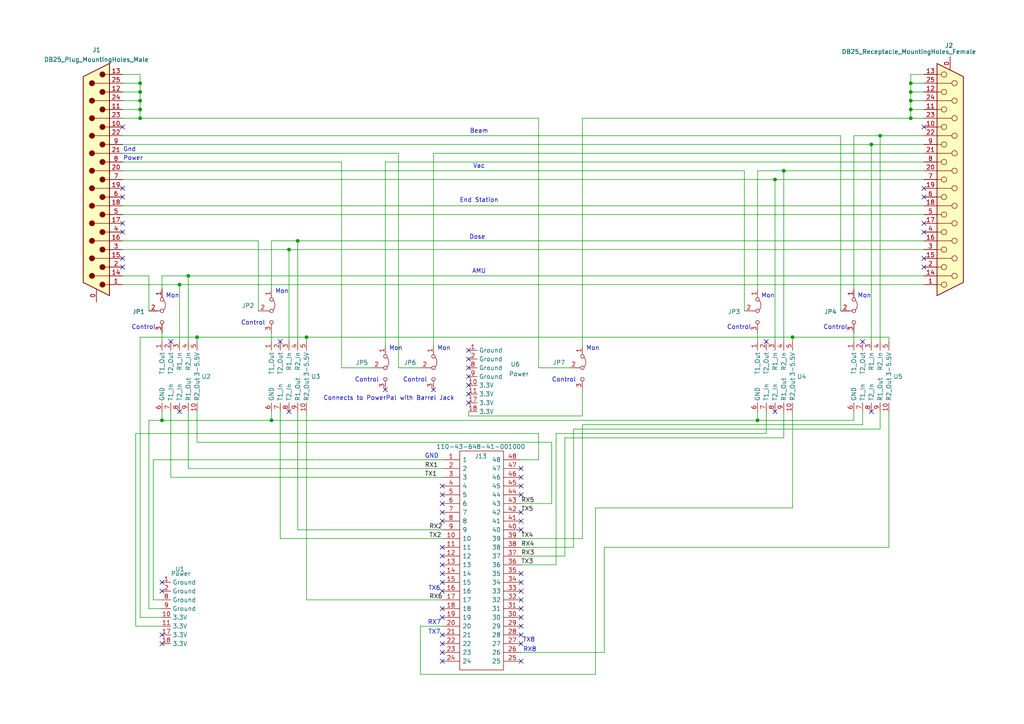
<source format=kicad_sch>
(kicad_sch
	(version 20231120)
	(generator "eeschema")
	(generator_version "8.0")
	(uuid "7612c823-37d0-46a1-958e-81769f656fd6")
	(paper "A4")
	(title_block
		(title "DataFlow Interface Board ")
		(date "2024-11-03")
		(rev "Version 0.0")
		(company "Dennis Rossman")
	)
	(lib_symbols
		(symbol "110-43-648-41-001000:110-43-648-41-001000"
			(pin_names
				(offset 0.762)
			)
			(exclude_from_sim no)
			(in_bom yes)
			(on_board yes)
			(property "Reference" "J"
				(at 19.05 7.62 0)
				(effects
					(font
						(size 1.27 1.27)
					)
					(justify left)
				)
			)
			(property "Value" "110-43-648-41-001000"
				(at 19.05 5.08 0)
				(effects
					(font
						(size 1.27 1.27)
					)
					(justify left)
				)
			)
			(property "Footprint" "DIPS1524W51P254L6096H419Q48N"
				(at 19.05 2.54 0)
				(effects
					(font
						(size 1.27 1.27)
					)
					(justify left)
					(hide yes)
				)
			)
			(property "Datasheet" "https://altium.componentsearchengine.com/Datasheets/1/110-43-648-41-001000.pdf"
				(at 19.05 0 0)
				(effects
					(font
						(size 1.27 1.27)
					)
					(justify left)
					(hide yes)
				)
			)
			(property "Description" "IC & Component Sockets 48P TIN PIN GLD CONT"
				(at 19.05 -2.54 0)
				(effects
					(font
						(size 1.27 1.27)
					)
					(justify left)
					(hide yes)
				)
			)
			(property "Height" "4.191"
				(at 19.05 -5.08 0)
				(effects
					(font
						(size 1.27 1.27)
					)
					(justify left)
					(hide yes)
				)
			)
			(property "Mouser Part Number" "575-11043648"
				(at 19.05 -7.62 0)
				(effects
					(font
						(size 1.27 1.27)
					)
					(justify left)
					(hide yes)
				)
			)
			(property "Mouser Price/Stock" "https://www.mouser.co.uk/ProductDetail/Mill-Max/110-43-648-41-001000?qs=IGgAdOvCTsTp7yoi0ojerw%3D%3D"
				(at 19.05 -10.16 0)
				(effects
					(font
						(size 1.27 1.27)
					)
					(justify left)
					(hide yes)
				)
			)
			(property "Manufacturer_Name" "Mill-Max"
				(at 19.05 -12.7 0)
				(effects
					(font
						(size 1.27 1.27)
					)
					(justify left)
					(hide yes)
				)
			)
			(property "Manufacturer_Part_Number" "110-43-648-41-001000"
				(at 19.05 -15.24 0)
				(effects
					(font
						(size 1.27 1.27)
					)
					(justify left)
					(hide yes)
				)
			)
			(symbol "110-43-648-41-001000_0_0"
				(pin passive line
					(at 0 0 0)
					(length 5.08)
					(name "1"
						(effects
							(font
								(size 1.27 1.27)
							)
						)
					)
					(number "1"
						(effects
							(font
								(size 1.27 1.27)
							)
						)
					)
				)
				(pin passive line
					(at 0 -22.86 0)
					(length 5.08)
					(name "10"
						(effects
							(font
								(size 1.27 1.27)
							)
						)
					)
					(number "10"
						(effects
							(font
								(size 1.27 1.27)
							)
						)
					)
				)
				(pin passive line
					(at 0 -25.4 0)
					(length 5.08)
					(name "11"
						(effects
							(font
								(size 1.27 1.27)
							)
						)
					)
					(number "11"
						(effects
							(font
								(size 1.27 1.27)
							)
						)
					)
				)
				(pin passive line
					(at 0 -27.94 0)
					(length 5.08)
					(name "12"
						(effects
							(font
								(size 1.27 1.27)
							)
						)
					)
					(number "12"
						(effects
							(font
								(size 1.27 1.27)
							)
						)
					)
				)
				(pin passive line
					(at 0 -30.48 0)
					(length 5.08)
					(name "13"
						(effects
							(font
								(size 1.27 1.27)
							)
						)
					)
					(number "13"
						(effects
							(font
								(size 1.27 1.27)
							)
						)
					)
				)
				(pin passive line
					(at 0 -33.02 0)
					(length 5.08)
					(name "14"
						(effects
							(font
								(size 1.27 1.27)
							)
						)
					)
					(number "14"
						(effects
							(font
								(size 1.27 1.27)
							)
						)
					)
				)
				(pin passive line
					(at 0 -35.56 0)
					(length 5.08)
					(name "15"
						(effects
							(font
								(size 1.27 1.27)
							)
						)
					)
					(number "15"
						(effects
							(font
								(size 1.27 1.27)
							)
						)
					)
				)
				(pin passive line
					(at 0 -38.1 0)
					(length 5.08)
					(name "16"
						(effects
							(font
								(size 1.27 1.27)
							)
						)
					)
					(number "16"
						(effects
							(font
								(size 1.27 1.27)
							)
						)
					)
				)
				(pin passive line
					(at 0 -40.64 0)
					(length 5.08)
					(name "17"
						(effects
							(font
								(size 1.27 1.27)
							)
						)
					)
					(number "17"
						(effects
							(font
								(size 1.27 1.27)
							)
						)
					)
				)
				(pin passive line
					(at 0 -43.18 0)
					(length 5.08)
					(name "18"
						(effects
							(font
								(size 1.27 1.27)
							)
						)
					)
					(number "18"
						(effects
							(font
								(size 1.27 1.27)
							)
						)
					)
				)
				(pin passive line
					(at 0 -45.72 0)
					(length 5.08)
					(name "19"
						(effects
							(font
								(size 1.27 1.27)
							)
						)
					)
					(number "19"
						(effects
							(font
								(size 1.27 1.27)
							)
						)
					)
				)
				(pin passive line
					(at 0 -2.54 0)
					(length 5.08)
					(name "2"
						(effects
							(font
								(size 1.27 1.27)
							)
						)
					)
					(number "2"
						(effects
							(font
								(size 1.27 1.27)
							)
						)
					)
				)
				(pin passive line
					(at 0 -48.26 0)
					(length 5.08)
					(name "20"
						(effects
							(font
								(size 1.27 1.27)
							)
						)
					)
					(number "20"
						(effects
							(font
								(size 1.27 1.27)
							)
						)
					)
				)
				(pin passive line
					(at 0 -50.8 0)
					(length 5.08)
					(name "21"
						(effects
							(font
								(size 1.27 1.27)
							)
						)
					)
					(number "21"
						(effects
							(font
								(size 1.27 1.27)
							)
						)
					)
				)
				(pin passive line
					(at 0 -53.34 0)
					(length 5.08)
					(name "22"
						(effects
							(font
								(size 1.27 1.27)
							)
						)
					)
					(number "22"
						(effects
							(font
								(size 1.27 1.27)
							)
						)
					)
				)
				(pin passive line
					(at 0 -55.88 0)
					(length 5.08)
					(name "23"
						(effects
							(font
								(size 1.27 1.27)
							)
						)
					)
					(number "23"
						(effects
							(font
								(size 1.27 1.27)
							)
						)
					)
				)
				(pin passive line
					(at 0 -58.42 0)
					(length 5.08)
					(name "24"
						(effects
							(font
								(size 1.27 1.27)
							)
						)
					)
					(number "24"
						(effects
							(font
								(size 1.27 1.27)
							)
						)
					)
				)
				(pin passive line
					(at 22.86 -58.42 180)
					(length 5.08)
					(name "25"
						(effects
							(font
								(size 1.27 1.27)
							)
						)
					)
					(number "25"
						(effects
							(font
								(size 1.27 1.27)
							)
						)
					)
				)
				(pin passive line
					(at 22.86 -55.88 180)
					(length 5.08)
					(name "26"
						(effects
							(font
								(size 1.27 1.27)
							)
						)
					)
					(number "26"
						(effects
							(font
								(size 1.27 1.27)
							)
						)
					)
				)
				(pin passive line
					(at 22.86 -53.34 180)
					(length 5.08)
					(name "27"
						(effects
							(font
								(size 1.27 1.27)
							)
						)
					)
					(number "27"
						(effects
							(font
								(size 1.27 1.27)
							)
						)
					)
				)
				(pin passive line
					(at 22.86 -50.8 180)
					(length 5.08)
					(name "28"
						(effects
							(font
								(size 1.27 1.27)
							)
						)
					)
					(number "28"
						(effects
							(font
								(size 1.27 1.27)
							)
						)
					)
				)
				(pin passive line
					(at 22.86 -48.26 180)
					(length 5.08)
					(name "29"
						(effects
							(font
								(size 1.27 1.27)
							)
						)
					)
					(number "29"
						(effects
							(font
								(size 1.27 1.27)
							)
						)
					)
				)
				(pin passive line
					(at 0 -5.08 0)
					(length 5.08)
					(name "3"
						(effects
							(font
								(size 1.27 1.27)
							)
						)
					)
					(number "3"
						(effects
							(font
								(size 1.27 1.27)
							)
						)
					)
				)
				(pin passive line
					(at 22.86 -45.72 180)
					(length 5.08)
					(name "30"
						(effects
							(font
								(size 1.27 1.27)
							)
						)
					)
					(number "30"
						(effects
							(font
								(size 1.27 1.27)
							)
						)
					)
				)
				(pin passive line
					(at 22.86 -43.18 180)
					(length 5.08)
					(name "31"
						(effects
							(font
								(size 1.27 1.27)
							)
						)
					)
					(number "31"
						(effects
							(font
								(size 1.27 1.27)
							)
						)
					)
				)
				(pin passive line
					(at 22.86 -40.64 180)
					(length 5.08)
					(name "32"
						(effects
							(font
								(size 1.27 1.27)
							)
						)
					)
					(number "32"
						(effects
							(font
								(size 1.27 1.27)
							)
						)
					)
				)
				(pin passive line
					(at 22.86 -38.1 180)
					(length 5.08)
					(name "33"
						(effects
							(font
								(size 1.27 1.27)
							)
						)
					)
					(number "33"
						(effects
							(font
								(size 1.27 1.27)
							)
						)
					)
				)
				(pin passive line
					(at 22.86 -35.56 180)
					(length 5.08)
					(name "34"
						(effects
							(font
								(size 1.27 1.27)
							)
						)
					)
					(number "34"
						(effects
							(font
								(size 1.27 1.27)
							)
						)
					)
				)
				(pin passive line
					(at 22.86 -33.02 180)
					(length 5.08)
					(name "35"
						(effects
							(font
								(size 1.27 1.27)
							)
						)
					)
					(number "35"
						(effects
							(font
								(size 1.27 1.27)
							)
						)
					)
				)
				(pin passive line
					(at 22.86 -30.48 180)
					(length 5.08)
					(name "36"
						(effects
							(font
								(size 1.27 1.27)
							)
						)
					)
					(number "36"
						(effects
							(font
								(size 1.27 1.27)
							)
						)
					)
				)
				(pin passive line
					(at 22.86 -27.94 180)
					(length 5.08)
					(name "37"
						(effects
							(font
								(size 1.27 1.27)
							)
						)
					)
					(number "37"
						(effects
							(font
								(size 1.27 1.27)
							)
						)
					)
				)
				(pin passive line
					(at 22.86 -25.4 180)
					(length 5.08)
					(name "38"
						(effects
							(font
								(size 1.27 1.27)
							)
						)
					)
					(number "38"
						(effects
							(font
								(size 1.27 1.27)
							)
						)
					)
				)
				(pin passive line
					(at 22.86 -22.86 180)
					(length 5.08)
					(name "39"
						(effects
							(font
								(size 1.27 1.27)
							)
						)
					)
					(number "39"
						(effects
							(font
								(size 1.27 1.27)
							)
						)
					)
				)
				(pin passive line
					(at 0 -7.62 0)
					(length 5.08)
					(name "4"
						(effects
							(font
								(size 1.27 1.27)
							)
						)
					)
					(number "4"
						(effects
							(font
								(size 1.27 1.27)
							)
						)
					)
				)
				(pin passive line
					(at 22.86 -20.32 180)
					(length 5.08)
					(name "40"
						(effects
							(font
								(size 1.27 1.27)
							)
						)
					)
					(number "40"
						(effects
							(font
								(size 1.27 1.27)
							)
						)
					)
				)
				(pin passive line
					(at 22.86 -17.78 180)
					(length 5.08)
					(name "41"
						(effects
							(font
								(size 1.27 1.27)
							)
						)
					)
					(number "41"
						(effects
							(font
								(size 1.27 1.27)
							)
						)
					)
				)
				(pin passive line
					(at 22.86 -15.24 180)
					(length 5.08)
					(name "42"
						(effects
							(font
								(size 1.27 1.27)
							)
						)
					)
					(number "42"
						(effects
							(font
								(size 1.27 1.27)
							)
						)
					)
				)
				(pin passive line
					(at 22.86 -12.7 180)
					(length 5.08)
					(name "43"
						(effects
							(font
								(size 1.27 1.27)
							)
						)
					)
					(number "43"
						(effects
							(font
								(size 1.27 1.27)
							)
						)
					)
				)
				(pin passive line
					(at 22.86 -10.16 180)
					(length 5.08)
					(name "44"
						(effects
							(font
								(size 1.27 1.27)
							)
						)
					)
					(number "44"
						(effects
							(font
								(size 1.27 1.27)
							)
						)
					)
				)
				(pin passive line
					(at 22.86 -7.62 180)
					(length 5.08)
					(name "45"
						(effects
							(font
								(size 1.27 1.27)
							)
						)
					)
					(number "45"
						(effects
							(font
								(size 1.27 1.27)
							)
						)
					)
				)
				(pin passive line
					(at 22.86 -5.08 180)
					(length 5.08)
					(name "46"
						(effects
							(font
								(size 1.27 1.27)
							)
						)
					)
					(number "46"
						(effects
							(font
								(size 1.27 1.27)
							)
						)
					)
				)
				(pin passive line
					(at 22.86 -2.54 180)
					(length 5.08)
					(name "47"
						(effects
							(font
								(size 1.27 1.27)
							)
						)
					)
					(number "47"
						(effects
							(font
								(size 1.27 1.27)
							)
						)
					)
				)
				(pin passive line
					(at 22.86 0 180)
					(length 5.08)
					(name "48"
						(effects
							(font
								(size 1.27 1.27)
							)
						)
					)
					(number "48"
						(effects
							(font
								(size 1.27 1.27)
							)
						)
					)
				)
				(pin passive line
					(at 0 -10.16 0)
					(length 5.08)
					(name "5"
						(effects
							(font
								(size 1.27 1.27)
							)
						)
					)
					(number "5"
						(effects
							(font
								(size 1.27 1.27)
							)
						)
					)
				)
				(pin passive line
					(at 0 -12.7 0)
					(length 5.08)
					(name "6"
						(effects
							(font
								(size 1.27 1.27)
							)
						)
					)
					(number "6"
						(effects
							(font
								(size 1.27 1.27)
							)
						)
					)
				)
				(pin passive line
					(at 0 -15.24 0)
					(length 5.08)
					(name "7"
						(effects
							(font
								(size 1.27 1.27)
							)
						)
					)
					(number "7"
						(effects
							(font
								(size 1.27 1.27)
							)
						)
					)
				)
				(pin passive line
					(at 0 -17.78 0)
					(length 5.08)
					(name "8"
						(effects
							(font
								(size 1.27 1.27)
							)
						)
					)
					(number "8"
						(effects
							(font
								(size 1.27 1.27)
							)
						)
					)
				)
				(pin passive line
					(at 0 -20.32 0)
					(length 5.08)
					(name "9"
						(effects
							(font
								(size 1.27 1.27)
							)
						)
					)
					(number "9"
						(effects
							(font
								(size 1.27 1.27)
							)
						)
					)
				)
			)
			(symbol "110-43-648-41-001000_0_1"
				(polyline
					(pts
						(xy 5.08 2.54) (xy 17.78 2.54) (xy 17.78 -60.96) (xy 5.08 -60.96) (xy 5.08 2.54)
					)
					(stroke
						(width 0.1524)
						(type default)
					)
					(fill
						(type none)
					)
				)
			)
		)
		(symbol "Connector:DB25_Plug_MountingHoles"
			(pin_names
				(offset 1.016) hide)
			(exclude_from_sim no)
			(in_bom yes)
			(on_board yes)
			(property "Reference" "J"
				(at 0 36.83 0)
				(effects
					(font
						(size 1.27 1.27)
					)
				)
			)
			(property "Value" "DB25_Plug_MountingHoles"
				(at 0 34.925 0)
				(effects
					(font
						(size 1.27 1.27)
					)
				)
			)
			(property "Footprint" ""
				(at 0 0 0)
				(effects
					(font
						(size 1.27 1.27)
					)
					(hide yes)
				)
			)
			(property "Datasheet" "~"
				(at 0 0 0)
				(effects
					(font
						(size 1.27 1.27)
					)
					(hide yes)
				)
			)
			(property "Description" "25-pin male plug pin D-SUB connector, Mounting Hole"
				(at 0 0 0)
				(effects
					(font
						(size 1.27 1.27)
					)
					(hide yes)
				)
			)
			(property "ki_keywords" "male plug D-SUB connector"
				(at 0 0 0)
				(effects
					(font
						(size 1.27 1.27)
					)
					(hide yes)
				)
			)
			(property "ki_fp_filters" "DSUB*Male*"
				(at 0 0 0)
				(effects
					(font
						(size 1.27 1.27)
					)
					(hide yes)
				)
			)
			(symbol "DB25_Plug_MountingHoles_0_1"
				(circle
					(center -1.778 -30.48)
					(radius 0.762)
					(stroke
						(width 0)
						(type default)
					)
					(fill
						(type outline)
					)
				)
				(circle
					(center -1.778 -25.4)
					(radius 0.762)
					(stroke
						(width 0)
						(type default)
					)
					(fill
						(type outline)
					)
				)
				(circle
					(center -1.778 -20.32)
					(radius 0.762)
					(stroke
						(width 0)
						(type default)
					)
					(fill
						(type outline)
					)
				)
				(circle
					(center -1.778 -15.24)
					(radius 0.762)
					(stroke
						(width 0)
						(type default)
					)
					(fill
						(type outline)
					)
				)
				(circle
					(center -1.778 -10.16)
					(radius 0.762)
					(stroke
						(width 0)
						(type default)
					)
					(fill
						(type outline)
					)
				)
				(circle
					(center -1.778 -5.08)
					(radius 0.762)
					(stroke
						(width 0)
						(type default)
					)
					(fill
						(type outline)
					)
				)
				(circle
					(center -1.778 0)
					(radius 0.762)
					(stroke
						(width 0)
						(type default)
					)
					(fill
						(type outline)
					)
				)
				(circle
					(center -1.778 5.08)
					(radius 0.762)
					(stroke
						(width 0)
						(type default)
					)
					(fill
						(type outline)
					)
				)
				(circle
					(center -1.778 10.16)
					(radius 0.762)
					(stroke
						(width 0)
						(type default)
					)
					(fill
						(type outline)
					)
				)
				(circle
					(center -1.778 15.24)
					(radius 0.762)
					(stroke
						(width 0)
						(type default)
					)
					(fill
						(type outline)
					)
				)
				(circle
					(center -1.778 20.32)
					(radius 0.762)
					(stroke
						(width 0)
						(type default)
					)
					(fill
						(type outline)
					)
				)
				(circle
					(center -1.778 25.4)
					(radius 0.762)
					(stroke
						(width 0)
						(type default)
					)
					(fill
						(type outline)
					)
				)
				(circle
					(center -1.778 30.48)
					(radius 0.762)
					(stroke
						(width 0)
						(type default)
					)
					(fill
						(type outline)
					)
				)
				(polyline
					(pts
						(xy -3.81 -30.48) (xy -2.54 -30.48)
					)
					(stroke
						(width 0)
						(type default)
					)
					(fill
						(type none)
					)
				)
				(polyline
					(pts
						(xy -3.81 -27.94) (xy 0.508 -27.94)
					)
					(stroke
						(width 0)
						(type default)
					)
					(fill
						(type none)
					)
				)
				(polyline
					(pts
						(xy -3.81 -25.4) (xy -2.54 -25.4)
					)
					(stroke
						(width 0)
						(type default)
					)
					(fill
						(type none)
					)
				)
				(polyline
					(pts
						(xy -3.81 -22.86) (xy 0.508 -22.86)
					)
					(stroke
						(width 0)
						(type default)
					)
					(fill
						(type none)
					)
				)
				(polyline
					(pts
						(xy -3.81 -20.32) (xy -2.54 -20.32)
					)
					(stroke
						(width 0)
						(type default)
					)
					(fill
						(type none)
					)
				)
				(polyline
					(pts
						(xy -3.81 -17.78) (xy 0.508 -17.78)
					)
					(stroke
						(width 0)
						(type default)
					)
					(fill
						(type none)
					)
				)
				(polyline
					(pts
						(xy -3.81 -15.24) (xy -2.54 -15.24)
					)
					(stroke
						(width 0)
						(type default)
					)
					(fill
						(type none)
					)
				)
				(polyline
					(pts
						(xy -3.81 -12.7) (xy 0.508 -12.7)
					)
					(stroke
						(width 0)
						(type default)
					)
					(fill
						(type none)
					)
				)
				(polyline
					(pts
						(xy -3.81 -10.16) (xy -2.54 -10.16)
					)
					(stroke
						(width 0)
						(type default)
					)
					(fill
						(type none)
					)
				)
				(polyline
					(pts
						(xy -3.81 -7.62) (xy 0.508 -7.62)
					)
					(stroke
						(width 0)
						(type default)
					)
					(fill
						(type none)
					)
				)
				(polyline
					(pts
						(xy -3.81 -5.08) (xy -2.54 -5.08)
					)
					(stroke
						(width 0)
						(type default)
					)
					(fill
						(type none)
					)
				)
				(polyline
					(pts
						(xy -3.81 -2.54) (xy 0.508 -2.54)
					)
					(stroke
						(width 0)
						(type default)
					)
					(fill
						(type none)
					)
				)
				(polyline
					(pts
						(xy -3.81 0) (xy -2.54 0)
					)
					(stroke
						(width 0)
						(type default)
					)
					(fill
						(type none)
					)
				)
				(polyline
					(pts
						(xy -3.81 2.54) (xy 0.508 2.54)
					)
					(stroke
						(width 0)
						(type default)
					)
					(fill
						(type none)
					)
				)
				(polyline
					(pts
						(xy -3.81 5.08) (xy -2.54 5.08)
					)
					(stroke
						(width 0)
						(type default)
					)
					(fill
						(type none)
					)
				)
				(polyline
					(pts
						(xy -3.81 7.62) (xy 0.508 7.62)
					)
					(stroke
						(width 0)
						(type default)
					)
					(fill
						(type none)
					)
				)
				(polyline
					(pts
						(xy -3.81 10.16) (xy -2.54 10.16)
					)
					(stroke
						(width 0)
						(type default)
					)
					(fill
						(type none)
					)
				)
				(polyline
					(pts
						(xy -3.81 12.7) (xy 0.508 12.7)
					)
					(stroke
						(width 0)
						(type default)
					)
					(fill
						(type none)
					)
				)
				(polyline
					(pts
						(xy -3.81 15.24) (xy -2.54 15.24)
					)
					(stroke
						(width 0)
						(type default)
					)
					(fill
						(type none)
					)
				)
				(polyline
					(pts
						(xy -3.81 17.78) (xy 0.508 17.78)
					)
					(stroke
						(width 0)
						(type default)
					)
					(fill
						(type none)
					)
				)
				(polyline
					(pts
						(xy -3.81 20.32) (xy -2.54 20.32)
					)
					(stroke
						(width 0)
						(type default)
					)
					(fill
						(type none)
					)
				)
				(polyline
					(pts
						(xy -3.81 22.86) (xy 0.508 22.86)
					)
					(stroke
						(width 0)
						(type default)
					)
					(fill
						(type none)
					)
				)
				(polyline
					(pts
						(xy -3.81 25.4) (xy -2.54 25.4)
					)
					(stroke
						(width 0)
						(type default)
					)
					(fill
						(type none)
					)
				)
				(polyline
					(pts
						(xy -3.81 27.94) (xy 0.508 27.94)
					)
					(stroke
						(width 0)
						(type default)
					)
					(fill
						(type none)
					)
				)
				(polyline
					(pts
						(xy -3.81 30.48) (xy -2.54 30.48)
					)
					(stroke
						(width 0)
						(type default)
					)
					(fill
						(type none)
					)
				)
				(polyline
					(pts
						(xy -3.81 -33.655) (xy 3.81 -29.845) (xy 3.81 29.845) (xy -3.81 33.655) (xy -3.81 -33.655)
					)
					(stroke
						(width 0.254)
						(type default)
					)
					(fill
						(type background)
					)
				)
				(circle
					(center 1.27 -27.94)
					(radius 0.762)
					(stroke
						(width 0)
						(type default)
					)
					(fill
						(type outline)
					)
				)
				(circle
					(center 1.27 -22.86)
					(radius 0.762)
					(stroke
						(width 0)
						(type default)
					)
					(fill
						(type outline)
					)
				)
				(circle
					(center 1.27 -17.78)
					(radius 0.762)
					(stroke
						(width 0)
						(type default)
					)
					(fill
						(type outline)
					)
				)
				(circle
					(center 1.27 -12.7)
					(radius 0.762)
					(stroke
						(width 0)
						(type default)
					)
					(fill
						(type outline)
					)
				)
				(circle
					(center 1.27 -7.62)
					(radius 0.762)
					(stroke
						(width 0)
						(type default)
					)
					(fill
						(type outline)
					)
				)
				(circle
					(center 1.27 -2.54)
					(radius 0.762)
					(stroke
						(width 0)
						(type default)
					)
					(fill
						(type outline)
					)
				)
				(circle
					(center 1.27 2.54)
					(radius 0.762)
					(stroke
						(width 0)
						(type default)
					)
					(fill
						(type outline)
					)
				)
				(circle
					(center 1.27 7.62)
					(radius 0.762)
					(stroke
						(width 0)
						(type default)
					)
					(fill
						(type outline)
					)
				)
				(circle
					(center 1.27 12.7)
					(radius 0.762)
					(stroke
						(width 0)
						(type default)
					)
					(fill
						(type outline)
					)
				)
				(circle
					(center 1.27 17.78)
					(radius 0.762)
					(stroke
						(width 0)
						(type default)
					)
					(fill
						(type outline)
					)
				)
				(circle
					(center 1.27 22.86)
					(radius 0.762)
					(stroke
						(width 0)
						(type default)
					)
					(fill
						(type outline)
					)
				)
				(circle
					(center 1.27 27.94)
					(radius 0.762)
					(stroke
						(width 0)
						(type default)
					)
					(fill
						(type outline)
					)
				)
			)
			(symbol "DB25_Plug_MountingHoles_1_1"
				(pin passive line
					(at 0 -35.56 90)
					(length 3.81)
					(name "PAD"
						(effects
							(font
								(size 1.27 1.27)
							)
						)
					)
					(number "0"
						(effects
							(font
								(size 1.27 1.27)
							)
						)
					)
				)
				(pin passive line
					(at -7.62 -30.48 0)
					(length 3.81)
					(name "1"
						(effects
							(font
								(size 1.27 1.27)
							)
						)
					)
					(number "1"
						(effects
							(font
								(size 1.27 1.27)
							)
						)
					)
				)
				(pin passive line
					(at -7.62 15.24 0)
					(length 3.81)
					(name "10"
						(effects
							(font
								(size 1.27 1.27)
							)
						)
					)
					(number "10"
						(effects
							(font
								(size 1.27 1.27)
							)
						)
					)
				)
				(pin passive line
					(at -7.62 20.32 0)
					(length 3.81)
					(name "11"
						(effects
							(font
								(size 1.27 1.27)
							)
						)
					)
					(number "11"
						(effects
							(font
								(size 1.27 1.27)
							)
						)
					)
				)
				(pin passive line
					(at -7.62 25.4 0)
					(length 3.81)
					(name "12"
						(effects
							(font
								(size 1.27 1.27)
							)
						)
					)
					(number "12"
						(effects
							(font
								(size 1.27 1.27)
							)
						)
					)
				)
				(pin passive line
					(at -7.62 30.48 0)
					(length 3.81)
					(name "13"
						(effects
							(font
								(size 1.27 1.27)
							)
						)
					)
					(number "13"
						(effects
							(font
								(size 1.27 1.27)
							)
						)
					)
				)
				(pin passive line
					(at -7.62 -27.94 0)
					(length 3.81)
					(name "P14"
						(effects
							(font
								(size 1.27 1.27)
							)
						)
					)
					(number "14"
						(effects
							(font
								(size 1.27 1.27)
							)
						)
					)
				)
				(pin passive line
					(at -7.62 -22.86 0)
					(length 3.81)
					(name "P15"
						(effects
							(font
								(size 1.27 1.27)
							)
						)
					)
					(number "15"
						(effects
							(font
								(size 1.27 1.27)
							)
						)
					)
				)
				(pin passive line
					(at -7.62 -17.78 0)
					(length 3.81)
					(name "P16"
						(effects
							(font
								(size 1.27 1.27)
							)
						)
					)
					(number "16"
						(effects
							(font
								(size 1.27 1.27)
							)
						)
					)
				)
				(pin passive line
					(at -7.62 -12.7 0)
					(length 3.81)
					(name "P17"
						(effects
							(font
								(size 1.27 1.27)
							)
						)
					)
					(number "17"
						(effects
							(font
								(size 1.27 1.27)
							)
						)
					)
				)
				(pin passive line
					(at -7.62 -7.62 0)
					(length 3.81)
					(name "P18"
						(effects
							(font
								(size 1.27 1.27)
							)
						)
					)
					(number "18"
						(effects
							(font
								(size 1.27 1.27)
							)
						)
					)
				)
				(pin passive line
					(at -7.62 -2.54 0)
					(length 3.81)
					(name "P19"
						(effects
							(font
								(size 1.27 1.27)
							)
						)
					)
					(number "19"
						(effects
							(font
								(size 1.27 1.27)
							)
						)
					)
				)
				(pin passive line
					(at -7.62 -25.4 0)
					(length 3.81)
					(name "2"
						(effects
							(font
								(size 1.27 1.27)
							)
						)
					)
					(number "2"
						(effects
							(font
								(size 1.27 1.27)
							)
						)
					)
				)
				(pin passive line
					(at -7.62 2.54 0)
					(length 3.81)
					(name "P20"
						(effects
							(font
								(size 1.27 1.27)
							)
						)
					)
					(number "20"
						(effects
							(font
								(size 1.27 1.27)
							)
						)
					)
				)
				(pin passive line
					(at -7.62 7.62 0)
					(length 3.81)
					(name "P21"
						(effects
							(font
								(size 1.27 1.27)
							)
						)
					)
					(number "21"
						(effects
							(font
								(size 1.27 1.27)
							)
						)
					)
				)
				(pin passive line
					(at -7.62 12.7 0)
					(length 3.81)
					(name "P22"
						(effects
							(font
								(size 1.27 1.27)
							)
						)
					)
					(number "22"
						(effects
							(font
								(size 1.27 1.27)
							)
						)
					)
				)
				(pin passive line
					(at -7.62 17.78 0)
					(length 3.81)
					(name "P23"
						(effects
							(font
								(size 1.27 1.27)
							)
						)
					)
					(number "23"
						(effects
							(font
								(size 1.27 1.27)
							)
						)
					)
				)
				(pin passive line
					(at -7.62 22.86 0)
					(length 3.81)
					(name "P24"
						(effects
							(font
								(size 1.27 1.27)
							)
						)
					)
					(number "24"
						(effects
							(font
								(size 1.27 1.27)
							)
						)
					)
				)
				(pin passive line
					(at -7.62 27.94 0)
					(length 3.81)
					(name "P25"
						(effects
							(font
								(size 1.27 1.27)
							)
						)
					)
					(number "25"
						(effects
							(font
								(size 1.27 1.27)
							)
						)
					)
				)
				(pin passive line
					(at -7.62 -20.32 0)
					(length 3.81)
					(name "3"
						(effects
							(font
								(size 1.27 1.27)
							)
						)
					)
					(number "3"
						(effects
							(font
								(size 1.27 1.27)
							)
						)
					)
				)
				(pin passive line
					(at -7.62 -15.24 0)
					(length 3.81)
					(name "4"
						(effects
							(font
								(size 1.27 1.27)
							)
						)
					)
					(number "4"
						(effects
							(font
								(size 1.27 1.27)
							)
						)
					)
				)
				(pin passive line
					(at -7.62 -10.16 0)
					(length 3.81)
					(name "5"
						(effects
							(font
								(size 1.27 1.27)
							)
						)
					)
					(number "5"
						(effects
							(font
								(size 1.27 1.27)
							)
						)
					)
				)
				(pin passive line
					(at -7.62 -5.08 0)
					(length 3.81)
					(name "6"
						(effects
							(font
								(size 1.27 1.27)
							)
						)
					)
					(number "6"
						(effects
							(font
								(size 1.27 1.27)
							)
						)
					)
				)
				(pin passive line
					(at -7.62 0 0)
					(length 3.81)
					(name "7"
						(effects
							(font
								(size 1.27 1.27)
							)
						)
					)
					(number "7"
						(effects
							(font
								(size 1.27 1.27)
							)
						)
					)
				)
				(pin passive line
					(at -7.62 5.08 0)
					(length 3.81)
					(name "8"
						(effects
							(font
								(size 1.27 1.27)
							)
						)
					)
					(number "8"
						(effects
							(font
								(size 1.27 1.27)
							)
						)
					)
				)
				(pin passive line
					(at -7.62 10.16 0)
					(length 3.81)
					(name "9"
						(effects
							(font
								(size 1.27 1.27)
							)
						)
					)
					(number "9"
						(effects
							(font
								(size 1.27 1.27)
							)
						)
					)
				)
			)
		)
		(symbol "Connector:DB25_Receptacle_MountingHoles"
			(pin_names
				(offset 1.016) hide)
			(exclude_from_sim no)
			(in_bom yes)
			(on_board yes)
			(property "Reference" "J"
				(at 0 36.83 0)
				(effects
					(font
						(size 1.27 1.27)
					)
				)
			)
			(property "Value" "DB25_Receptacle_MountingHoles"
				(at 0 34.925 0)
				(effects
					(font
						(size 1.27 1.27)
					)
				)
			)
			(property "Footprint" ""
				(at 0 0 0)
				(effects
					(font
						(size 1.27 1.27)
					)
					(hide yes)
				)
			)
			(property "Datasheet" "~"
				(at 0 0 0)
				(effects
					(font
						(size 1.27 1.27)
					)
					(hide yes)
				)
			)
			(property "Description" "25-pin female receptacle socket D-SUB connector, Mounting Hole"
				(at 0 0 0)
				(effects
					(font
						(size 1.27 1.27)
					)
					(hide yes)
				)
			)
			(property "ki_keywords" "female receptacle D-SUB connector"
				(at 0 0 0)
				(effects
					(font
						(size 1.27 1.27)
					)
					(hide yes)
				)
			)
			(property "ki_fp_filters" "DSUB*Female*"
				(at 0 0 0)
				(effects
					(font
						(size 1.27 1.27)
					)
					(hide yes)
				)
			)
			(symbol "DB25_Receptacle_MountingHoles_0_1"
				(circle
					(center -1.778 -30.48)
					(radius 0.762)
					(stroke
						(width 0)
						(type default)
					)
					(fill
						(type none)
					)
				)
				(circle
					(center -1.778 -25.4)
					(radius 0.762)
					(stroke
						(width 0)
						(type default)
					)
					(fill
						(type none)
					)
				)
				(circle
					(center -1.778 -20.32)
					(radius 0.762)
					(stroke
						(width 0)
						(type default)
					)
					(fill
						(type none)
					)
				)
				(circle
					(center -1.778 -15.24)
					(radius 0.762)
					(stroke
						(width 0)
						(type default)
					)
					(fill
						(type none)
					)
				)
				(circle
					(center -1.778 -10.16)
					(radius 0.762)
					(stroke
						(width 0)
						(type default)
					)
					(fill
						(type none)
					)
				)
				(circle
					(center -1.778 -5.08)
					(radius 0.762)
					(stroke
						(width 0)
						(type default)
					)
					(fill
						(type none)
					)
				)
				(circle
					(center -1.778 0)
					(radius 0.762)
					(stroke
						(width 0)
						(type default)
					)
					(fill
						(type none)
					)
				)
				(circle
					(center -1.778 5.08)
					(radius 0.762)
					(stroke
						(width 0)
						(type default)
					)
					(fill
						(type none)
					)
				)
				(circle
					(center -1.778 10.16)
					(radius 0.762)
					(stroke
						(width 0)
						(type default)
					)
					(fill
						(type none)
					)
				)
				(circle
					(center -1.778 15.24)
					(radius 0.762)
					(stroke
						(width 0)
						(type default)
					)
					(fill
						(type none)
					)
				)
				(circle
					(center -1.778 20.32)
					(radius 0.762)
					(stroke
						(width 0)
						(type default)
					)
					(fill
						(type none)
					)
				)
				(circle
					(center -1.778 25.4)
					(radius 0.762)
					(stroke
						(width 0)
						(type default)
					)
					(fill
						(type none)
					)
				)
				(circle
					(center -1.778 30.48)
					(radius 0.762)
					(stroke
						(width 0)
						(type default)
					)
					(fill
						(type none)
					)
				)
				(polyline
					(pts
						(xy -3.81 -30.48) (xy -2.54 -30.48)
					)
					(stroke
						(width 0)
						(type default)
					)
					(fill
						(type none)
					)
				)
				(polyline
					(pts
						(xy -3.81 -27.94) (xy 0.508 -27.94)
					)
					(stroke
						(width 0)
						(type default)
					)
					(fill
						(type none)
					)
				)
				(polyline
					(pts
						(xy -3.81 -25.4) (xy -2.54 -25.4)
					)
					(stroke
						(width 0)
						(type default)
					)
					(fill
						(type none)
					)
				)
				(polyline
					(pts
						(xy -3.81 -22.86) (xy 0.508 -22.86)
					)
					(stroke
						(width 0)
						(type default)
					)
					(fill
						(type none)
					)
				)
				(polyline
					(pts
						(xy -3.81 -20.32) (xy -2.54 -20.32)
					)
					(stroke
						(width 0)
						(type default)
					)
					(fill
						(type none)
					)
				)
				(polyline
					(pts
						(xy -3.81 -17.78) (xy 0.508 -17.78)
					)
					(stroke
						(width 0)
						(type default)
					)
					(fill
						(type none)
					)
				)
				(polyline
					(pts
						(xy -3.81 -15.24) (xy -2.54 -15.24)
					)
					(stroke
						(width 0)
						(type default)
					)
					(fill
						(type none)
					)
				)
				(polyline
					(pts
						(xy -3.81 -12.7) (xy 0.508 -12.7)
					)
					(stroke
						(width 0)
						(type default)
					)
					(fill
						(type none)
					)
				)
				(polyline
					(pts
						(xy -3.81 -10.16) (xy -2.54 -10.16)
					)
					(stroke
						(width 0)
						(type default)
					)
					(fill
						(type none)
					)
				)
				(polyline
					(pts
						(xy -3.81 -7.62) (xy 0.508 -7.62)
					)
					(stroke
						(width 0)
						(type default)
					)
					(fill
						(type none)
					)
				)
				(polyline
					(pts
						(xy -3.81 -5.08) (xy -2.54 -5.08)
					)
					(stroke
						(width 0)
						(type default)
					)
					(fill
						(type none)
					)
				)
				(polyline
					(pts
						(xy -3.81 -2.54) (xy 0.508 -2.54)
					)
					(stroke
						(width 0)
						(type default)
					)
					(fill
						(type none)
					)
				)
				(polyline
					(pts
						(xy -3.81 0) (xy -2.54 0)
					)
					(stroke
						(width 0)
						(type default)
					)
					(fill
						(type none)
					)
				)
				(polyline
					(pts
						(xy -3.81 2.54) (xy 0.508 2.54)
					)
					(stroke
						(width 0)
						(type default)
					)
					(fill
						(type none)
					)
				)
				(polyline
					(pts
						(xy -3.81 5.08) (xy -2.54 5.08)
					)
					(stroke
						(width 0)
						(type default)
					)
					(fill
						(type none)
					)
				)
				(polyline
					(pts
						(xy -3.81 7.62) (xy 0.508 7.62)
					)
					(stroke
						(width 0)
						(type default)
					)
					(fill
						(type none)
					)
				)
				(polyline
					(pts
						(xy -3.81 10.16) (xy -2.54 10.16)
					)
					(stroke
						(width 0)
						(type default)
					)
					(fill
						(type none)
					)
				)
				(polyline
					(pts
						(xy -3.81 12.7) (xy 0.508 12.7)
					)
					(stroke
						(width 0)
						(type default)
					)
					(fill
						(type none)
					)
				)
				(polyline
					(pts
						(xy -3.81 15.24) (xy -2.54 15.24)
					)
					(stroke
						(width 0)
						(type default)
					)
					(fill
						(type none)
					)
				)
				(polyline
					(pts
						(xy -3.81 17.78) (xy 0.508 17.78)
					)
					(stroke
						(width 0)
						(type default)
					)
					(fill
						(type none)
					)
				)
				(polyline
					(pts
						(xy -3.81 20.32) (xy -2.54 20.32)
					)
					(stroke
						(width 0)
						(type default)
					)
					(fill
						(type none)
					)
				)
				(polyline
					(pts
						(xy -3.81 22.86) (xy 0.508 22.86)
					)
					(stroke
						(width 0)
						(type default)
					)
					(fill
						(type none)
					)
				)
				(polyline
					(pts
						(xy -3.81 25.4) (xy -2.54 25.4)
					)
					(stroke
						(width 0)
						(type default)
					)
					(fill
						(type none)
					)
				)
				(polyline
					(pts
						(xy -3.81 27.94) (xy 0.508 27.94)
					)
					(stroke
						(width 0)
						(type default)
					)
					(fill
						(type none)
					)
				)
				(polyline
					(pts
						(xy -3.81 30.48) (xy -2.54 30.48)
					)
					(stroke
						(width 0)
						(type default)
					)
					(fill
						(type none)
					)
				)
				(polyline
					(pts
						(xy -3.81 33.655) (xy 3.81 29.845) (xy 3.81 -29.845) (xy -3.81 -33.655) (xy -3.81 33.655)
					)
					(stroke
						(width 0.254)
						(type default)
					)
					(fill
						(type background)
					)
				)
				(circle
					(center 1.27 -27.94)
					(radius 0.762)
					(stroke
						(width 0)
						(type default)
					)
					(fill
						(type none)
					)
				)
				(circle
					(center 1.27 -22.86)
					(radius 0.762)
					(stroke
						(width 0)
						(type default)
					)
					(fill
						(type none)
					)
				)
				(circle
					(center 1.27 -17.78)
					(radius 0.762)
					(stroke
						(width 0)
						(type default)
					)
					(fill
						(type none)
					)
				)
				(circle
					(center 1.27 -12.7)
					(radius 0.762)
					(stroke
						(width 0)
						(type default)
					)
					(fill
						(type none)
					)
				)
				(circle
					(center 1.27 -7.62)
					(radius 0.762)
					(stroke
						(width 0)
						(type default)
					)
					(fill
						(type none)
					)
				)
				(circle
					(center 1.27 -2.54)
					(radius 0.762)
					(stroke
						(width 0)
						(type default)
					)
					(fill
						(type none)
					)
				)
				(circle
					(center 1.27 2.54)
					(radius 0.762)
					(stroke
						(width 0)
						(type default)
					)
					(fill
						(type none)
					)
				)
				(circle
					(center 1.27 7.62)
					(radius 0.762)
					(stroke
						(width 0)
						(type default)
					)
					(fill
						(type none)
					)
				)
				(circle
					(center 1.27 12.7)
					(radius 0.762)
					(stroke
						(width 0)
						(type default)
					)
					(fill
						(type none)
					)
				)
				(circle
					(center 1.27 17.78)
					(radius 0.762)
					(stroke
						(width 0)
						(type default)
					)
					(fill
						(type none)
					)
				)
				(circle
					(center 1.27 22.86)
					(radius 0.762)
					(stroke
						(width 0)
						(type default)
					)
					(fill
						(type none)
					)
				)
				(circle
					(center 1.27 27.94)
					(radius 0.762)
					(stroke
						(width 0)
						(type default)
					)
					(fill
						(type none)
					)
				)
			)
			(symbol "DB25_Receptacle_MountingHoles_1_1"
				(pin passive line
					(at 0 -35.56 90)
					(length 3.81)
					(name "PAD"
						(effects
							(font
								(size 1.27 1.27)
							)
						)
					)
					(number "0"
						(effects
							(font
								(size 1.27 1.27)
							)
						)
					)
				)
				(pin passive line
					(at -7.62 30.48 0)
					(length 3.81)
					(name "1"
						(effects
							(font
								(size 1.27 1.27)
							)
						)
					)
					(number "1"
						(effects
							(font
								(size 1.27 1.27)
							)
						)
					)
				)
				(pin passive line
					(at -7.62 -15.24 0)
					(length 3.81)
					(name "10"
						(effects
							(font
								(size 1.27 1.27)
							)
						)
					)
					(number "10"
						(effects
							(font
								(size 1.27 1.27)
							)
						)
					)
				)
				(pin passive line
					(at -7.62 -20.32 0)
					(length 3.81)
					(name "11"
						(effects
							(font
								(size 1.27 1.27)
							)
						)
					)
					(number "11"
						(effects
							(font
								(size 1.27 1.27)
							)
						)
					)
				)
				(pin passive line
					(at -7.62 -25.4 0)
					(length 3.81)
					(name "12"
						(effects
							(font
								(size 1.27 1.27)
							)
						)
					)
					(number "12"
						(effects
							(font
								(size 1.27 1.27)
							)
						)
					)
				)
				(pin passive line
					(at -7.62 -30.48 0)
					(length 3.81)
					(name "13"
						(effects
							(font
								(size 1.27 1.27)
							)
						)
					)
					(number "13"
						(effects
							(font
								(size 1.27 1.27)
							)
						)
					)
				)
				(pin passive line
					(at -7.62 27.94 0)
					(length 3.81)
					(name "P14"
						(effects
							(font
								(size 1.27 1.27)
							)
						)
					)
					(number "14"
						(effects
							(font
								(size 1.27 1.27)
							)
						)
					)
				)
				(pin passive line
					(at -7.62 22.86 0)
					(length 3.81)
					(name "P15"
						(effects
							(font
								(size 1.27 1.27)
							)
						)
					)
					(number "15"
						(effects
							(font
								(size 1.27 1.27)
							)
						)
					)
				)
				(pin passive line
					(at -7.62 17.78 0)
					(length 3.81)
					(name "P16"
						(effects
							(font
								(size 1.27 1.27)
							)
						)
					)
					(number "16"
						(effects
							(font
								(size 1.27 1.27)
							)
						)
					)
				)
				(pin passive line
					(at -7.62 12.7 0)
					(length 3.81)
					(name "P17"
						(effects
							(font
								(size 1.27 1.27)
							)
						)
					)
					(number "17"
						(effects
							(font
								(size 1.27 1.27)
							)
						)
					)
				)
				(pin passive line
					(at -7.62 7.62 0)
					(length 3.81)
					(name "P18"
						(effects
							(font
								(size 1.27 1.27)
							)
						)
					)
					(number "18"
						(effects
							(font
								(size 1.27 1.27)
							)
						)
					)
				)
				(pin passive line
					(at -7.62 2.54 0)
					(length 3.81)
					(name "P19"
						(effects
							(font
								(size 1.27 1.27)
							)
						)
					)
					(number "19"
						(effects
							(font
								(size 1.27 1.27)
							)
						)
					)
				)
				(pin passive line
					(at -7.62 25.4 0)
					(length 3.81)
					(name "2"
						(effects
							(font
								(size 1.27 1.27)
							)
						)
					)
					(number "2"
						(effects
							(font
								(size 1.27 1.27)
							)
						)
					)
				)
				(pin passive line
					(at -7.62 -2.54 0)
					(length 3.81)
					(name "P20"
						(effects
							(font
								(size 1.27 1.27)
							)
						)
					)
					(number "20"
						(effects
							(font
								(size 1.27 1.27)
							)
						)
					)
				)
				(pin passive line
					(at -7.62 -7.62 0)
					(length 3.81)
					(name "P21"
						(effects
							(font
								(size 1.27 1.27)
							)
						)
					)
					(number "21"
						(effects
							(font
								(size 1.27 1.27)
							)
						)
					)
				)
				(pin passive line
					(at -7.62 -12.7 0)
					(length 3.81)
					(name "P22"
						(effects
							(font
								(size 1.27 1.27)
							)
						)
					)
					(number "22"
						(effects
							(font
								(size 1.27 1.27)
							)
						)
					)
				)
				(pin passive line
					(at -7.62 -17.78 0)
					(length 3.81)
					(name "P23"
						(effects
							(font
								(size 1.27 1.27)
							)
						)
					)
					(number "23"
						(effects
							(font
								(size 1.27 1.27)
							)
						)
					)
				)
				(pin passive line
					(at -7.62 -22.86 0)
					(length 3.81)
					(name "P24"
						(effects
							(font
								(size 1.27 1.27)
							)
						)
					)
					(number "24"
						(effects
							(font
								(size 1.27 1.27)
							)
						)
					)
				)
				(pin passive line
					(at -7.62 -27.94 0)
					(length 3.81)
					(name "P25"
						(effects
							(font
								(size 1.27 1.27)
							)
						)
					)
					(number "25"
						(effects
							(font
								(size 1.27 1.27)
							)
						)
					)
				)
				(pin passive line
					(at -7.62 20.32 0)
					(length 3.81)
					(name "3"
						(effects
							(font
								(size 1.27 1.27)
							)
						)
					)
					(number "3"
						(effects
							(font
								(size 1.27 1.27)
							)
						)
					)
				)
				(pin passive line
					(at -7.62 15.24 0)
					(length 3.81)
					(name "4"
						(effects
							(font
								(size 1.27 1.27)
							)
						)
					)
					(number "4"
						(effects
							(font
								(size 1.27 1.27)
							)
						)
					)
				)
				(pin passive line
					(at -7.62 10.16 0)
					(length 3.81)
					(name "5"
						(effects
							(font
								(size 1.27 1.27)
							)
						)
					)
					(number "5"
						(effects
							(font
								(size 1.27 1.27)
							)
						)
					)
				)
				(pin passive line
					(at -7.62 5.08 0)
					(length 3.81)
					(name "6"
						(effects
							(font
								(size 1.27 1.27)
							)
						)
					)
					(number "6"
						(effects
							(font
								(size 1.27 1.27)
							)
						)
					)
				)
				(pin passive line
					(at -7.62 0 0)
					(length 3.81)
					(name "7"
						(effects
							(font
								(size 1.27 1.27)
							)
						)
					)
					(number "7"
						(effects
							(font
								(size 1.27 1.27)
							)
						)
					)
				)
				(pin passive line
					(at -7.62 -5.08 0)
					(length 3.81)
					(name "8"
						(effects
							(font
								(size 1.27 1.27)
							)
						)
					)
					(number "8"
						(effects
							(font
								(size 1.27 1.27)
							)
						)
					)
				)
				(pin passive line
					(at -7.62 -10.16 0)
					(length 3.81)
					(name "9"
						(effects
							(font
								(size 1.27 1.27)
							)
						)
					)
					(number "9"
						(effects
							(font
								(size 1.27 1.27)
							)
						)
					)
				)
			)
		)
		(symbol "Jumper:Jumper_3_Bridged12"
			(pin_names
				(offset 0) hide)
			(exclude_from_sim yes)
			(in_bom no)
			(on_board yes)
			(property "Reference" "JP"
				(at -2.54 -2.54 0)
				(effects
					(font
						(size 1.27 1.27)
					)
				)
			)
			(property "Value" "Jumper_3_Bridged12"
				(at 0 2.794 0)
				(effects
					(font
						(size 1.27 1.27)
					)
				)
			)
			(property "Footprint" ""
				(at 0 0 0)
				(effects
					(font
						(size 1.27 1.27)
					)
					(hide yes)
				)
			)
			(property "Datasheet" "~"
				(at 0 0 0)
				(effects
					(font
						(size 1.27 1.27)
					)
					(hide yes)
				)
			)
			(property "Description" "Jumper, 3-pole, pins 1+2 closed/bridged"
				(at 0 0 0)
				(effects
					(font
						(size 1.27 1.27)
					)
					(hide yes)
				)
			)
			(property "ki_keywords" "Jumper SPDT"
				(at 0 0 0)
				(effects
					(font
						(size 1.27 1.27)
					)
					(hide yes)
				)
			)
			(property "ki_fp_filters" "Jumper* TestPoint*3Pads* TestPoint*Bridge*"
				(at 0 0 0)
				(effects
					(font
						(size 1.27 1.27)
					)
					(hide yes)
				)
			)
			(symbol "Jumper_3_Bridged12_0_0"
				(circle
					(center -3.302 0)
					(radius 0.508)
					(stroke
						(width 0)
						(type default)
					)
					(fill
						(type none)
					)
				)
				(circle
					(center 0 0)
					(radius 0.508)
					(stroke
						(width 0)
						(type default)
					)
					(fill
						(type none)
					)
				)
				(circle
					(center 3.302 0)
					(radius 0.508)
					(stroke
						(width 0)
						(type default)
					)
					(fill
						(type none)
					)
				)
			)
			(symbol "Jumper_3_Bridged12_0_1"
				(arc
					(start -0.254 0.508)
					(mid -1.651 0.9912)
					(end -3.048 0.508)
					(stroke
						(width 0)
						(type default)
					)
					(fill
						(type none)
					)
				)
				(polyline
					(pts
						(xy 0 -1.27) (xy 0 -0.508)
					)
					(stroke
						(width 0)
						(type default)
					)
					(fill
						(type none)
					)
				)
			)
			(symbol "Jumper_3_Bridged12_1_1"
				(pin passive line
					(at -6.35 0 0)
					(length 2.54)
					(name "A"
						(effects
							(font
								(size 1.27 1.27)
							)
						)
					)
					(number "1"
						(effects
							(font
								(size 1.27 1.27)
							)
						)
					)
				)
				(pin passive line
					(at 0 -3.81 90)
					(length 2.54)
					(name "C"
						(effects
							(font
								(size 1.27 1.27)
							)
						)
					)
					(number "2"
						(effects
							(font
								(size 1.27 1.27)
							)
						)
					)
				)
				(pin passive line
					(at 6.35 0 180)
					(length 2.54)
					(name "B"
						(effects
							(font
								(size 1.27 1.27)
							)
						)
					)
					(number "3"
						(effects
							(font
								(size 1.27 1.27)
							)
						)
					)
				)
			)
		)
		(symbol "Misc:MAX3232"
			(exclude_from_sim no)
			(in_bom yes)
			(on_board yes)
			(property "Reference" "U?"
				(at 0 0 0)
				(effects
					(font
						(size 1.27 1.27)
					)
				)
			)
			(property "Value" ""
				(at 0 0 0)
				(effects
					(font
						(size 1.27 1.27)
					)
					(hide yes)
				)
			)
			(property "Footprint" "Misc:Max3232"
				(at 0 2.286 0)
				(effects
					(font
						(size 1.27 1.27)
					)
					(hide yes)
				)
			)
			(property "Datasheet" ""
				(at 0 0 0)
				(effects
					(font
						(size 1.27 1.27)
					)
					(hide yes)
				)
			)
			(property "Description" ""
				(at 0 0 0)
				(effects
					(font
						(size 1.27 1.27)
					)
					(hide yes)
				)
			)
			(symbol "MAX3232_1_1"
				(pin output line
					(at 10.16 -2.54 180)
					(length 2.54)
					(name "T1_Out"
						(effects
							(font
								(size 1.27 1.27)
							)
						)
					)
					(number "1"
						(effects
							(font
								(size 1.27 1.27)
							)
						)
					)
				)
				(pin output line
					(at -10.16 -12.7 0)
					(length 2.54)
					(name "R2_Out"
						(effects
							(font
								(size 1.27 1.27)
							)
						)
					)
					(number "10"
						(effects
							(font
								(size 1.27 1.27)
							)
						)
					)
				)
				(pin output line
					(at 10.16 -5.08 180)
					(length 2.54)
					(name "T2_Out"
						(effects
							(font
								(size 1.27 1.27)
							)
						)
					)
					(number "2"
						(effects
							(font
								(size 1.27 1.27)
							)
						)
					)
				)
				(pin input line
					(at 10.16 -7.62 180)
					(length 2.54)
					(name "R1_In"
						(effects
							(font
								(size 1.27 1.27)
							)
						)
					)
					(number "3"
						(effects
							(font
								(size 1.27 1.27)
							)
						)
					)
				)
				(pin input line
					(at 10.16 -10.16 180)
					(length 2.54)
					(name "R2_In"
						(effects
							(font
								(size 1.27 1.27)
							)
						)
					)
					(number "4"
						(effects
							(font
								(size 1.27 1.27)
							)
						)
					)
				)
				(pin input line
					(at 10.16 -12.7 180)
					(length 2.54)
					(name "3-5.5V"
						(effects
							(font
								(size 1.27 1.27)
							)
						)
					)
					(number "5"
						(effects
							(font
								(size 1.27 1.27)
							)
						)
					)
				)
				(pin input line
					(at -10.16 -2.54 0)
					(length 2.54)
					(name "GND"
						(effects
							(font
								(size 1.27 1.27)
							)
						)
					)
					(number "6"
						(effects
							(font
								(size 1.27 1.27)
							)
						)
					)
				)
				(pin input line
					(at -10.16 -5.08 0)
					(length 2.54)
					(name "T1_In"
						(effects
							(font
								(size 1.27 1.27)
							)
						)
					)
					(number "7"
						(effects
							(font
								(size 1.27 1.27)
							)
						)
					)
				)
				(pin input line
					(at -10.16 -7.62 0)
					(length 2.54)
					(name "T2_In"
						(effects
							(font
								(size 1.27 1.27)
							)
						)
					)
					(number "8"
						(effects
							(font
								(size 1.27 1.27)
							)
						)
					)
				)
				(pin output line
					(at -10.16 -10.16 0)
					(length 2.54)
					(name "R1_Out"
						(effects
							(font
								(size 1.27 1.27)
							)
						)
					)
					(number "9"
						(effects
							(font
								(size 1.27 1.27)
							)
						)
					)
				)
			)
		)
		(symbol "Misc:Power"
			(exclude_from_sim no)
			(in_bom yes)
			(on_board yes)
			(property "Reference" "U"
				(at 0 0 0)
				(effects
					(font
						(size 1.27 1.27)
					)
				)
			)
			(property "Value" "Power"
				(at 0 -1.27 0)
				(effects
					(font
						(size 1.27 1.27)
					)
				)
			)
			(property "Footprint" "Misc:PowerPal"
				(at 0 -24.13 0)
				(effects
					(font
						(size 1.27 1.27)
					)
					(hide yes)
				)
			)
			(property "Datasheet" ""
				(at 0 0 0)
				(effects
					(font
						(size 1.27 1.27)
					)
					(hide yes)
				)
			)
			(property "Description" ""
				(at 0 0 0)
				(effects
					(font
						(size 1.27 1.27)
					)
					(hide yes)
				)
			)
			(symbol "Power_1_1"
				(pin power_out line
					(at 0 -3.81 0)
					(length 2.54)
					(name "Ground"
						(effects
							(font
								(size 1.27 1.27)
							)
						)
					)
					(number "1"
						(effects
							(font
								(size 1.27 1.27)
							)
						)
					)
				)
				(pin power_out line
					(at 0 -13.97 0)
					(length 2.54)
					(name "3.3V"
						(effects
							(font
								(size 1.27 1.27)
							)
						)
					)
					(number "10"
						(effects
							(font
								(size 1.27 1.27)
							)
						)
					)
				)
				(pin power_out line
					(at 0 -16.51 0)
					(length 2.54)
					(name "3.3V"
						(effects
							(font
								(size 1.27 1.27)
							)
						)
					)
					(number "11"
						(effects
							(font
								(size 1.27 1.27)
							)
						)
					)
				)
				(pin power_out line
					(at 0 -19.05 0)
					(length 2.54)
					(name "3.3V"
						(effects
							(font
								(size 1.27 1.27)
							)
						)
					)
					(number "17"
						(effects
							(font
								(size 1.27 1.27)
							)
						)
					)
				)
				(pin power_out line
					(at 0 -21.59 0)
					(length 2.54)
					(name "3.3V"
						(effects
							(font
								(size 1.27 1.27)
							)
						)
					)
					(number "18"
						(effects
							(font
								(size 1.27 1.27)
							)
						)
					)
				)
				(pin power_out line
					(at 0 -6.35 0)
					(length 2.54)
					(name "Ground"
						(effects
							(font
								(size 1.27 1.27)
							)
						)
					)
					(number "2"
						(effects
							(font
								(size 1.27 1.27)
							)
						)
					)
				)
				(pin power_out line
					(at 0 -8.89 0)
					(length 2.54)
					(name "Ground"
						(effects
							(font
								(size 1.27 1.27)
							)
						)
					)
					(number "8"
						(effects
							(font
								(size 1.27 1.27)
							)
						)
					)
				)
				(pin power_out line
					(at 0 -11.43 0)
					(length 2.54)
					(name "Ground"
						(effects
							(font
								(size 1.27 1.27)
							)
						)
					)
					(number "9"
						(effects
							(font
								(size 1.27 1.27)
							)
						)
					)
				)
			)
		)
	)
	(junction
		(at 54.61 80.01)
		(diameter 0)
		(color 0 0 0 0)
		(uuid "0589f5c8-bbd1-48de-af8c-6a1352e1c566")
	)
	(junction
		(at 40.64 26.67)
		(diameter 0)
		(color 0 0 0 0)
		(uuid "0f7dea3b-1ee9-4ce9-874f-18706d177917")
	)
	(junction
		(at 83.82 72.39)
		(diameter 0)
		(color 0 0 0 0)
		(uuid "11647cdc-1f4c-482c-87bc-ae58ae43171f")
	)
	(junction
		(at 219.71 121.92)
		(diameter 0)
		(color 0 0 0 0)
		(uuid "181cd2e3-43fc-4789-8786-753d7d426cac")
	)
	(junction
		(at 40.64 24.13)
		(diameter 0)
		(color 0 0 0 0)
		(uuid "22ce8baf-70fc-411d-be72-2a656b28e893")
	)
	(junction
		(at 57.15 97.79)
		(diameter 0)
		(color 0 0 0 0)
		(uuid "2ec6dd5a-1dfa-4de7-8df5-5b0ce5cfd746")
	)
	(junction
		(at 52.07 82.55)
		(diameter 0)
		(color 0 0 0 0)
		(uuid "47d4f544-3689-408b-b625-c296bb92c9f0")
	)
	(junction
		(at 40.64 31.75)
		(diameter 0)
		(color 0 0 0 0)
		(uuid "61f87668-9ac9-493e-b934-a744f0ba8fc6")
	)
	(junction
		(at 88.9 97.79)
		(diameter 0)
		(color 0 0 0 0)
		(uuid "6732b99f-8f2d-487c-b393-d8980dddecb9")
	)
	(junction
		(at 227.33 49.53)
		(diameter 0)
		(color 0 0 0 0)
		(uuid "67d99305-e5b4-4d05-a17f-465e8cddf5c1")
	)
	(junction
		(at 78.74 121.92)
		(diameter 0)
		(color 0 0 0 0)
		(uuid "69ae2a14-9b4c-4aea-81cd-b68277989709")
	)
	(junction
		(at 86.36 69.85)
		(diameter 0)
		(color 0 0 0 0)
		(uuid "89a00ffa-f891-4623-88a9-5c0e86fe51f2")
	)
	(junction
		(at 252.73 41.91)
		(diameter 0)
		(color 0 0 0 0)
		(uuid "94b9e12a-05ba-461e-a9b8-2458c57fc883")
	)
	(junction
		(at 229.87 97.79)
		(diameter 0)
		(color 0 0 0 0)
		(uuid "956bfafc-dabf-4520-8724-aeef54db8941")
	)
	(junction
		(at 40.64 29.21)
		(diameter 0)
		(color 0 0 0 0)
		(uuid "a9f09075-c1a7-4afe-93b6-3f8e9b7a3a7c")
	)
	(junction
		(at 264.16 29.21)
		(diameter 0)
		(color 0 0 0 0)
		(uuid "ac3815f9-7290-4a48-a832-43371583a062")
	)
	(junction
		(at 46.99 121.92)
		(diameter 0)
		(color 0 0 0 0)
		(uuid "b0059814-cd38-4233-be3f-addc77dc007a")
	)
	(junction
		(at 264.16 24.13)
		(diameter 0)
		(color 0 0 0 0)
		(uuid "b3d39502-6442-43ac-8e39-3da23c7516d9")
	)
	(junction
		(at 264.16 26.67)
		(diameter 0)
		(color 0 0 0 0)
		(uuid "b530de95-7ed2-440d-8e7c-f6878a80ff75")
	)
	(junction
		(at 224.79 52.07)
		(diameter 0)
		(color 0 0 0 0)
		(uuid "c20e4667-a7bb-4909-af95-e6a7a4fd380f")
	)
	(junction
		(at 255.27 39.37)
		(diameter 0)
		(color 0 0 0 0)
		(uuid "cf371132-8927-4072-a7f7-ce7b9660562b")
	)
	(junction
		(at 264.16 34.29)
		(diameter 0)
		(color 0 0 0 0)
		(uuid "d2d7d63d-06dd-4c00-bc64-e48e1eba6119")
	)
	(junction
		(at 40.64 34.29)
		(diameter 0)
		(color 0 0 0 0)
		(uuid "f1cbc9cf-73fc-4ebf-bd0d-07c1ffeaa534")
	)
	(junction
		(at 264.16 31.75)
		(diameter 0)
		(color 0 0 0 0)
		(uuid "fb39f189-a9cc-4f90-814f-db5d15f71c59")
	)
	(no_connect
		(at 267.97 36.83)
		(uuid "04cb8ea3-aa40-45b9-b5e3-b18cb663520d")
	)
	(no_connect
		(at 135.89 116.84)
		(uuid "0729559e-9a13-427c-a21c-bbaab6914c56")
	)
	(no_connect
		(at 151.13 135.89)
		(uuid "10e8518a-ab8a-48eb-9b25-8bfd9c445ef6")
	)
	(no_connect
		(at 151.13 166.37)
		(uuid "10e8518a-ab8a-48eb-9b25-8bfd9c445ef7")
	)
	(no_connect
		(at 49.53 99.06)
		(uuid "147fa344-027c-47a4-b162-98746d5c8511")
	)
	(no_connect
		(at 35.56 74.93)
		(uuid "1fcee8e9-b590-4a53-ad91-4545dfec5465")
	)
	(no_connect
		(at 267.97 64.77)
		(uuid "211d045b-9838-4b03-b06b-4d1fd701603f")
	)
	(no_connect
		(at 46.99 168.91)
		(uuid "21699a71-9332-47bc-95e2-4dc941d8b948")
	)
	(no_connect
		(at 46.99 184.15)
		(uuid "21699a71-9332-47bc-95e2-4dc941d8b94a")
	)
	(no_connect
		(at 135.89 106.68)
		(uuid "24f3ecdf-6489-4642-a5fc-e2806b3c2066")
	)
	(no_connect
		(at 250.19 99.06)
		(uuid "259809ed-fcb6-4950-a283-752592b1fd03")
	)
	(no_connect
		(at 35.56 64.77)
		(uuid "35f725a5-e6eb-4ef7-a64a-3773eac65fc1")
	)
	(no_connect
		(at 46.99 171.45)
		(uuid "3f04ac60-b549-45cb-a8fa-55d8e2f259a4")
	)
	(no_connect
		(at 135.89 114.3)
		(uuid "4001fb57-9b20-4b7f-8b9e-53af71f6532e")
	)
	(no_connect
		(at 52.07 119.38)
		(uuid "4d59fbc3-ec9e-48dd-b691-7493226a224b")
	)
	(no_connect
		(at 35.56 77.47)
		(uuid "57428a87-6bfa-4bd2-83a0-6705a96fe470")
	)
	(no_connect
		(at 128.27 151.13)
		(uuid "5d825832-2830-4417-9369-235c6250a3c1")
	)
	(no_connect
		(at 128.27 148.59)
		(uuid "5d825832-2830-4417-9369-235c6250a3c2")
	)
	(no_connect
		(at 128.27 146.05)
		(uuid "5d825832-2830-4417-9369-235c6250a3c3")
	)
	(no_connect
		(at 128.27 143.51)
		(uuid "5d825832-2830-4417-9369-235c6250a3c4")
	)
	(no_connect
		(at 128.27 176.53)
		(uuid "5d825832-2830-4417-9369-235c6250a3c6")
	)
	(no_connect
		(at 128.27 179.07)
		(uuid "5d825832-2830-4417-9369-235c6250a3c7")
	)
	(no_connect
		(at 128.27 186.69)
		(uuid "5d825832-2830-4417-9369-235c6250a3ca")
	)
	(no_connect
		(at 128.27 189.23)
		(uuid "5d825832-2830-4417-9369-235c6250a3cb")
	)
	(no_connect
		(at 128.27 191.77)
		(uuid "5d825832-2830-4417-9369-235c6250a3cc")
	)
	(no_connect
		(at 151.13 191.77)
		(uuid "5d825832-2830-4417-9369-235c6250a3cd")
	)
	(no_connect
		(at 151.13 184.15)
		(uuid "5d825832-2830-4417-9369-235c6250a3d0")
	)
	(no_connect
		(at 151.13 181.61)
		(uuid "5d825832-2830-4417-9369-235c6250a3d1")
	)
	(no_connect
		(at 151.13 179.07)
		(uuid "5d825832-2830-4417-9369-235c6250a3d2")
	)
	(no_connect
		(at 151.13 176.53)
		(uuid "5d825832-2830-4417-9369-235c6250a3d3")
	)
	(no_connect
		(at 151.13 173.99)
		(uuid "5d825832-2830-4417-9369-235c6250a3d4")
	)
	(no_connect
		(at 151.13 171.45)
		(uuid "5d825832-2830-4417-9369-235c6250a3d5")
	)
	(no_connect
		(at 151.13 168.91)
		(uuid "5d825832-2830-4417-9369-235c6250a3d6")
	)
	(no_connect
		(at 151.13 153.67)
		(uuid "5d825832-2830-4417-9369-235c6250a3d7")
	)
	(no_connect
		(at 151.13 138.43)
		(uuid "5d825832-2830-4417-9369-235c6250a3d8")
	)
	(no_connect
		(at 151.13 140.97)
		(uuid "5d825832-2830-4417-9369-235c6250a3d9")
	)
	(no_connect
		(at 151.13 143.51)
		(uuid "5d825832-2830-4417-9369-235c6250a3da")
	)
	(no_connect
		(at 151.13 151.13)
		(uuid "5d825832-2830-4417-9369-235c6250a3db")
	)
	(no_connect
		(at 128.27 158.75)
		(uuid "5d825832-2830-4417-9369-235c6250a3dc")
	)
	(no_connect
		(at 128.27 161.29)
		(uuid "5d825832-2830-4417-9369-235c6250a3dd")
	)
	(no_connect
		(at 128.27 163.83)
		(uuid "5d825832-2830-4417-9369-235c6250a3de")
	)
	(no_connect
		(at 128.27 166.37)
		(uuid "5d825832-2830-4417-9369-235c6250a3df")
	)
	(no_connect
		(at 128.27 168.91)
		(uuid "5d825832-2830-4417-9369-235c6250a3e0")
	)
	(no_connect
		(at 35.56 36.83)
		(uuid "619cc95a-3826-4a08-a4d3-4e898f6e8857")
	)
	(no_connect
		(at 111.76 113.03)
		(uuid "61a35710-ee0e-49f7-bf23-04634850fee3")
	)
	(no_connect
		(at 135.89 111.76)
		(uuid "630c2602-9b24-45a3-96d5-5088b81cea1b")
	)
	(no_connect
		(at 267.97 77.47)
		(uuid "672cf30f-e681-4e79-9756-21756debe5dc")
	)
	(no_connect
		(at 151.13 186.69)
		(uuid "67eb6d90-d62b-49b5-af5d-d5818521ba51")
	)
	(no_connect
		(at 83.82 119.38)
		(uuid "6fe5a0c9-a51a-49a9-b5b4-cc54f89c8fdf")
	)
	(no_connect
		(at 35.56 57.15)
		(uuid "77c836eb-d7a8-4a7d-a656-1aac66db47b1")
	)
	(no_connect
		(at 151.13 148.59)
		(uuid "7a1bb118-3ef1-401a-b60b-cf749a9ff10d")
	)
	(no_connect
		(at 267.97 57.15)
		(uuid "7a8c085f-ea62-4274-9837-3a38c27432e9")
	)
	(no_connect
		(at 35.56 67.31)
		(uuid "9061e590-37b1-44c1-b3ee-604ae638fe03")
	)
	(no_connect
		(at 128.27 171.45)
		(uuid "930f13b5-0d46-4a4b-bddb-c198fdf93930")
	)
	(no_connect
		(at 135.89 101.6)
		(uuid "9ef1d50d-c1fa-48c3-b11e-7179ce335899")
	)
	(no_connect
		(at 128.27 184.15)
		(uuid "a25225da-eeae-496e-9630-56b771cfb3d3")
	)
	(no_connect
		(at 222.25 99.06)
		(uuid "a52ed1de-c4e3-4575-a837-73d52f0599ca")
	)
	(no_connect
		(at 267.97 54.61)
		(uuid "aca15101-46b7-4a2d-9a12-e2293cf41c63")
	)
	(no_connect
		(at 46.99 186.69)
		(uuid "b81a4a58-71fa-44c6-85ec-20a2f8c4c07f")
	)
	(no_connect
		(at 252.73 119.38)
		(uuid "bd5e55dc-2d59-491b-908f-299cbab861f3")
	)
	(no_connect
		(at 135.89 104.14)
		(uuid "c5186e26-5103-42a3-8961-f01e35a33387")
	)
	(no_connect
		(at 224.79 119.38)
		(uuid "c6a5fad6-f872-40e1-93fe-835615c410e5")
	)
	(no_connect
		(at 128.27 140.97)
		(uuid "c7ce9e51-c365-4630-82a3-9c97ad4711cc")
	)
	(no_connect
		(at 135.89 109.22)
		(uuid "dd6c9e88-993a-48bc-8342-bb4be20d2649")
	)
	(no_connect
		(at 267.97 74.93)
		(uuid "e8d27ebf-d593-4b0f-8ba5-ad730d8d7c2b")
	)
	(no_connect
		(at 125.73 113.03)
		(uuid "e8d2a69d-4fc8-4a4e-b890-9c980aa7ea70")
	)
	(no_connect
		(at 267.97 67.31)
		(uuid "eb492b71-c19c-4244-bcb2-89679cf80ad8")
	)
	(no_connect
		(at 81.28 99.06)
		(uuid "ec213299-26b2-41a1-829c-bfd99c890e10")
	)
	(no_connect
		(at 35.56 54.61)
		(uuid "f5350463-7d0c-463c-9ebb-adc2e599ff7b")
	)
	(wire
		(pts
			(xy 250.19 123.19) (xy 168.91 123.19)
		)
		(stroke
			(width 0)
			(type default)
		)
		(uuid "05917923-fdcd-4585-a138-862460084309")
	)
	(wire
		(pts
			(xy 151.13 189.23) (xy 175.26 189.23)
		)
		(stroke
			(width 0)
			(type default)
		)
		(uuid "08bfa0ad-0d1f-42a2-94e5-d11efe589df7")
	)
	(wire
		(pts
			(xy 151.13 158.75) (xy 166.37 158.75)
		)
		(stroke
			(width 0)
			(type default)
		)
		(uuid "08ce5a86-a88e-4928-9c14-d211a7b6632a")
	)
	(wire
		(pts
			(xy 115.57 106.68) (xy 121.92 106.68)
		)
		(stroke
			(width 0)
			(type default)
		)
		(uuid "0c8952c4-ac97-42a3-9472-b4af138196cc")
	)
	(wire
		(pts
			(xy 40.64 34.29) (xy 156.21 34.29)
		)
		(stroke
			(width 0)
			(type default)
		)
		(uuid "0ca33bbf-80dd-4ee8-b72a-9b4ad6b0665d")
	)
	(wire
		(pts
			(xy 219.71 49.53) (xy 227.33 49.53)
		)
		(stroke
			(width 0)
			(type default)
		)
		(uuid "101a7944-4380-4904-8b51-fca1a30c05ff")
	)
	(wire
		(pts
			(xy 57.15 97.79) (xy 88.9 97.79)
		)
		(stroke
			(width 0)
			(type default)
		)
		(uuid "128f84be-4e91-4475-b461-b85710f49675")
	)
	(wire
		(pts
			(xy 160.02 146.05) (xy 151.13 146.05)
		)
		(stroke
			(width 0)
			(type default)
		)
		(uuid "144043fd-20b0-44ef-bb3d-ef0b5a8c87ac")
	)
	(wire
		(pts
			(xy 35.56 24.13) (xy 40.64 24.13)
		)
		(stroke
			(width 0)
			(type default)
		)
		(uuid "18539c3b-6c4a-4626-a90d-ea59673dee39")
	)
	(wire
		(pts
			(xy 264.16 31.75) (xy 267.97 31.75)
		)
		(stroke
			(width 0)
			(type default)
		)
		(uuid "192c9c97-dc41-4ccf-98d3-9b1f41110c78")
	)
	(wire
		(pts
			(xy 257.81 99.06) (xy 257.81 97.79)
		)
		(stroke
			(width 0)
			(type default)
		)
		(uuid "1a439d70-3a87-4757-a706-fa7ef691c206")
	)
	(wire
		(pts
			(xy 46.99 96.52) (xy 46.99 99.06)
		)
		(stroke
			(width 0)
			(type default)
		)
		(uuid "1ae217f8-b9a8-47cf-b755-b65a97e8d79e")
	)
	(wire
		(pts
			(xy 78.74 69.85) (xy 86.36 69.85)
		)
		(stroke
			(width 0)
			(type default)
		)
		(uuid "1ef644c2-47e0-4c74-85d5-2867755e7ee2")
	)
	(wire
		(pts
			(xy 46.99 176.53) (xy 43.18 176.53)
		)
		(stroke
			(width 0)
			(type default)
		)
		(uuid "1f102e61-eb41-4ea6-99bc-70ca55ea7671")
	)
	(wire
		(pts
			(xy 247.65 121.92) (xy 219.71 121.92)
		)
		(stroke
			(width 0)
			(type default)
		)
		(uuid "1fa03e2e-5ccc-49e2-9d6a-d959fae27b65")
	)
	(wire
		(pts
			(xy 78.74 96.52) (xy 78.74 99.06)
		)
		(stroke
			(width 0)
			(type default)
		)
		(uuid "211bcdd4-8bd1-49ea-afdb-5abbb23f0215")
	)
	(wire
		(pts
			(xy 168.91 156.21) (xy 151.13 156.21)
		)
		(stroke
			(width 0)
			(type default)
		)
		(uuid "2334269f-9e7e-4896-b45d-67580a8cb626")
	)
	(wire
		(pts
			(xy 255.27 39.37) (xy 255.27 99.06)
		)
		(stroke
			(width 0)
			(type default)
		)
		(uuid "248344c4-0600-4805-9dc2-11fc29f88bc5")
	)
	(wire
		(pts
			(xy 267.97 21.59) (xy 264.16 21.59)
		)
		(stroke
			(width 0)
			(type default)
		)
		(uuid "266bd2f2-ef84-46e5-89cc-4422fbfabcf7")
	)
	(wire
		(pts
			(xy 151.13 133.35) (xy 156.21 133.35)
		)
		(stroke
			(width 0)
			(type default)
		)
		(uuid "27c3f971-1846-416b-a233-921e8b511c3c")
	)
	(wire
		(pts
			(xy 39.37 181.61) (xy 39.37 125.73)
		)
		(stroke
			(width 0)
			(type default)
		)
		(uuid "27c68488-ef5e-430d-95a4-5b0516178f5f")
	)
	(wire
		(pts
			(xy 151.13 161.29) (xy 163.83 161.29)
		)
		(stroke
			(width 0)
			(type default)
		)
		(uuid "2a050175-e069-4420-a1a9-893c20af7b35")
	)
	(wire
		(pts
			(xy 229.87 147.32) (xy 229.87 119.38)
		)
		(stroke
			(width 0)
			(type default)
		)
		(uuid "2b4c1c79-f398-4f22-b2e5-34b99e82435e")
	)
	(wire
		(pts
			(xy 111.76 100.33) (xy 111.76 46.99)
		)
		(stroke
			(width 0)
			(type default)
		)
		(uuid "2bafdc22-e1e7-4b58-bbf8-416855796bef")
	)
	(wire
		(pts
			(xy 224.79 52.07) (xy 267.97 52.07)
		)
		(stroke
			(width 0)
			(type default)
		)
		(uuid "2c445a95-a8d8-458f-b74f-bc712fd965fb")
	)
	(wire
		(pts
			(xy 168.91 34.29) (xy 264.16 34.29)
		)
		(stroke
			(width 0)
			(type default)
		)
		(uuid "2d08865a-2ea7-4047-b07e-ae81e599324c")
	)
	(wire
		(pts
			(xy 40.64 34.29) (xy 40.64 31.75)
		)
		(stroke
			(width 0)
			(type default)
		)
		(uuid "2e96d3a0-6943-4615-9a70-75e29b9f7d48")
	)
	(wire
		(pts
			(xy 46.99 119.38) (xy 46.99 121.92)
		)
		(stroke
			(width 0)
			(type default)
		)
		(uuid "334e4a65-cc05-4363-9812-d258f5087798")
	)
	(wire
		(pts
			(xy 99.06 106.68) (xy 107.95 106.68)
		)
		(stroke
			(width 0)
			(type default)
		)
		(uuid "34bbf717-5289-44f3-9a62-2f01af710208")
	)
	(wire
		(pts
			(xy 54.61 80.01) (xy 54.61 99.06)
		)
		(stroke
			(width 0)
			(type default)
		)
		(uuid "37918780-7770-4301-a6a0-a9b1189c935b")
	)
	(wire
		(pts
			(xy 40.64 179.07) (xy 46.99 179.07)
		)
		(stroke
			(width 0)
			(type default)
		)
		(uuid "3893cdf4-6714-4509-81e7-3a13363c4fae")
	)
	(wire
		(pts
			(xy 160.02 128.27) (xy 160.02 146.05)
		)
		(stroke
			(width 0)
			(type default)
		)
		(uuid "3b25cbdd-6bb6-4ae5-9961-e01bf5d95567")
	)
	(wire
		(pts
			(xy 252.73 41.91) (xy 252.73 99.06)
		)
		(stroke
			(width 0)
			(type default)
		)
		(uuid "3da7945a-4f42-442a-8e4d-cb48e935bb7f")
	)
	(wire
		(pts
			(xy 219.71 121.92) (xy 219.71 119.38)
		)
		(stroke
			(width 0)
			(type default)
		)
		(uuid "4154fb93-5346-4dad-a2b7-d0a716a23036")
	)
	(wire
		(pts
			(xy 88.9 97.79) (xy 88.9 99.06)
		)
		(stroke
			(width 0)
			(type default)
		)
		(uuid "4408c45b-24a3-4173-b0b5-b48a80ad399f")
	)
	(wire
		(pts
			(xy 35.56 52.07) (xy 224.79 52.07)
		)
		(stroke
			(width 0)
			(type default)
		)
		(uuid "44d91bc7-aafd-4abc-bd41-83598a804e27")
	)
	(wire
		(pts
			(xy 264.16 29.21) (xy 264.16 31.75)
		)
		(stroke
			(width 0)
			(type default)
		)
		(uuid "45446499-67fe-4adc-ad6d-baaf9c1c1917")
	)
	(wire
		(pts
			(xy 264.16 29.21) (xy 267.97 29.21)
		)
		(stroke
			(width 0)
			(type default)
		)
		(uuid "45f86c3a-cf77-4082-a5f7-b6bfc4042530")
	)
	(wire
		(pts
			(xy 161.29 163.83) (xy 161.29 125.73)
		)
		(stroke
			(width 0)
			(type default)
		)
		(uuid "488c1663-c01c-4df8-87e8-4e2279885300")
	)
	(wire
		(pts
			(xy 125.73 100.33) (xy 125.73 44.45)
		)
		(stroke
			(width 0)
			(type default)
		)
		(uuid "49c25957-8266-4be0-8f7e-32a3de27ad4a")
	)
	(wire
		(pts
			(xy 264.16 34.29) (xy 264.16 31.75)
		)
		(stroke
			(width 0)
			(type default)
		)
		(uuid "4b5a68f9-830e-4949-a960-f7643e15a771")
	)
	(wire
		(pts
			(xy 52.07 82.55) (xy 52.07 99.06)
		)
		(stroke
			(width 0)
			(type default)
		)
		(uuid "4c47ca23-f87d-4cf1-95d8-2936e740c573")
	)
	(wire
		(pts
			(xy 128.27 181.61) (xy 121.92 181.61)
		)
		(stroke
			(width 0)
			(type default)
		)
		(uuid "4d33349d-d030-409d-9542-a95cadedc202")
	)
	(wire
		(pts
			(xy 35.56 39.37) (xy 243.84 39.37)
		)
		(stroke
			(width 0)
			(type default)
		)
		(uuid "4d5da106-974c-473f-9dd7-4df878d8e170")
	)
	(wire
		(pts
			(xy 219.71 83.82) (xy 219.71 49.53)
		)
		(stroke
			(width 0)
			(type default)
		)
		(uuid "4db0cfc6-fdc3-44a3-a105-05a77fb7c637")
	)
	(wire
		(pts
			(xy 78.74 121.92) (xy 219.71 121.92)
		)
		(stroke
			(width 0)
			(type default)
		)
		(uuid "4e9e0969-5e20-46d9-9d70-879154019865")
	)
	(wire
		(pts
			(xy 52.07 82.55) (xy 267.97 82.55)
		)
		(stroke
			(width 0)
			(type default)
		)
		(uuid "4f36ed07-ea2d-4d71-b613-3bb141adb2a7")
	)
	(wire
		(pts
			(xy 227.33 127) (xy 227.33 119.38)
		)
		(stroke
			(width 0)
			(type default)
		)
		(uuid "4fc39cb0-f5c3-4e9c-bb6a-cfe555f5c483")
	)
	(wire
		(pts
			(xy 172.72 147.32) (xy 229.87 147.32)
		)
		(stroke
			(width 0)
			(type default)
		)
		(uuid "5009f4c8-bb99-4c2f-ba08-f064d74f6269")
	)
	(wire
		(pts
			(xy 168.91 100.33) (xy 168.91 34.29)
		)
		(stroke
			(width 0)
			(type default)
		)
		(uuid "52bd0618-e49c-473f-84cc-851495b0e9c5")
	)
	(wire
		(pts
			(xy 35.56 29.21) (xy 40.64 29.21)
		)
		(stroke
			(width 0)
			(type default)
		)
		(uuid "5335934a-427a-4d49-9b69-96dd7ca5aacf")
	)
	(wire
		(pts
			(xy 46.99 173.99) (xy 44.45 173.99)
		)
		(stroke
			(width 0)
			(type default)
		)
		(uuid "54a6f99d-e38b-4281-8a38-cb4d248ba5ef")
	)
	(wire
		(pts
			(xy 39.37 125.73) (xy 156.21 125.73)
		)
		(stroke
			(width 0)
			(type default)
		)
		(uuid "57dc1546-6bbe-40ee-af35-0e011a75a736")
	)
	(wire
		(pts
			(xy 156.21 106.68) (xy 165.1 106.68)
		)
		(stroke
			(width 0)
			(type default)
		)
		(uuid "59803cdf-ae11-4926-9b03-0dd79e105363")
	)
	(wire
		(pts
			(xy 86.36 69.85) (xy 267.97 69.85)
		)
		(stroke
			(width 0)
			(type default)
		)
		(uuid "598bd8f6-0850-4dda-9fc3-60b1756e9873")
	)
	(wire
		(pts
			(xy 35.56 41.91) (xy 252.73 41.91)
		)
		(stroke
			(width 0)
			(type default)
		)
		(uuid "5a0a2ade-b9f2-4daa-a07a-e19168dff25e")
	)
	(wire
		(pts
			(xy 35.56 44.45) (xy 115.57 44.45)
		)
		(stroke
			(width 0)
			(type default)
		)
		(uuid "5c93d9e9-ccd7-4d74-9f48-6b7284cd47d2")
	)
	(wire
		(pts
			(xy 40.64 21.59) (xy 35.56 21.59)
		)
		(stroke
			(width 0)
			(type default)
		)
		(uuid "5f670d3a-0ac0-45b7-add0-81fc16f8ba6b")
	)
	(wire
		(pts
			(xy 35.56 31.75) (xy 40.64 31.75)
		)
		(stroke
			(width 0)
			(type default)
		)
		(uuid "5f8a21de-20c1-4e46-bdb4-4627ff4337a8")
	)
	(wire
		(pts
			(xy 54.61 119.38) (xy 54.61 135.89)
		)
		(stroke
			(width 0)
			(type default)
		)
		(uuid "614e5035-b1dc-4ac8-9916-22407b41a625")
	)
	(wire
		(pts
			(xy 161.29 163.83) (xy 151.13 163.83)
		)
		(stroke
			(width 0)
			(type default)
		)
		(uuid "659603c9-723f-4cb6-9891-6d5b212f7659")
	)
	(wire
		(pts
			(xy 86.36 69.85) (xy 86.36 99.06)
		)
		(stroke
			(width 0)
			(type default)
		)
		(uuid "6597896e-7f7f-4695-89cc-e6409b72de17")
	)
	(wire
		(pts
			(xy 43.18 121.92) (xy 46.99 121.92)
		)
		(stroke
			(width 0)
			(type default)
		)
		(uuid "65ff8275-45d9-49f4-847e-28b9ad8d907f")
	)
	(wire
		(pts
			(xy 215.9 49.53) (xy 215.9 90.17)
		)
		(stroke
			(width 0)
			(type default)
		)
		(uuid "66186782-27f7-4c74-8081-b718dc757e73")
	)
	(wire
		(pts
			(xy 46.99 80.01) (xy 46.99 83.82)
		)
		(stroke
			(width 0)
			(type default)
		)
		(uuid "69816b8f-dfeb-4603-8833-6b060e2e844a")
	)
	(wire
		(pts
			(xy 54.61 135.89) (xy 128.27 135.89)
		)
		(stroke
			(width 0)
			(type default)
		)
		(uuid "69b15529-8e02-4bbc-bcdc-d73079f2d98b")
	)
	(wire
		(pts
			(xy 172.72 195.58) (xy 172.72 147.32)
		)
		(stroke
			(width 0)
			(type default)
		)
		(uuid "6b45a4bf-a521-44e5-8ed8-28bb1e22183c")
	)
	(wire
		(pts
			(xy 44.45 173.99) (xy 44.45 133.35)
		)
		(stroke
			(width 0)
			(type default)
		)
		(uuid "6d852ea8-b8fe-4181-b9a1-042c29e26078")
	)
	(wire
		(pts
			(xy 35.56 72.39) (xy 83.82 72.39)
		)
		(stroke
			(width 0)
			(type default)
		)
		(uuid "6dabc2c9-b5bc-4d8c-a3ca-9e7ff36580e8")
	)
	(wire
		(pts
			(xy 35.56 46.99) (xy 99.06 46.99)
		)
		(stroke
			(width 0)
			(type default)
		)
		(uuid "70911cdb-a729-49e3-85dc-a14a1bcf036d")
	)
	(wire
		(pts
			(xy 43.18 80.01) (xy 43.18 90.17)
		)
		(stroke
			(width 0)
			(type default)
		)
		(uuid "70aaa676-1a7d-46fa-ab79-2e27167273d1")
	)
	(wire
		(pts
			(xy 35.56 82.55) (xy 52.07 82.55)
		)
		(stroke
			(width 0)
			(type default)
		)
		(uuid "71bdccf7-9428-4dbb-8c54-0fdbe05ed0e8")
	)
	(wire
		(pts
			(xy 219.71 96.52) (xy 219.71 99.06)
		)
		(stroke
			(width 0)
			(type default)
		)
		(uuid "72a3939b-940c-45bf-a7ba-fc681fae374e")
	)
	(wire
		(pts
			(xy 252.73 41.91) (xy 267.97 41.91)
		)
		(stroke
			(width 0)
			(type default)
		)
		(uuid "74d6d198-ecb5-472a-bcd6-ce8283c7d05b")
	)
	(wire
		(pts
			(xy 264.16 24.13) (xy 264.16 26.67)
		)
		(stroke
			(width 0)
			(type default)
		)
		(uuid "7548995d-f108-420e-bbf4-01a3ead11ab1")
	)
	(wire
		(pts
			(xy 88.9 173.99) (xy 88.9 119.38)
		)
		(stroke
			(width 0)
			(type default)
		)
		(uuid "763336bf-7588-4aec-8ae4-a2a9131e86fe")
	)
	(wire
		(pts
			(xy 247.65 119.38) (xy 247.65 121.92)
		)
		(stroke
			(width 0)
			(type default)
		)
		(uuid "76f83941-1ca4-49b6-80ed-71aadb96d17d")
	)
	(wire
		(pts
			(xy 44.45 133.35) (xy 128.27 133.35)
		)
		(stroke
			(width 0)
			(type default)
		)
		(uuid "7897f04e-b7ac-4014-99c3-08cb5556ce5c")
	)
	(wire
		(pts
			(xy 257.81 158.75) (xy 257.81 119.38)
		)
		(stroke
			(width 0)
			(type default)
		)
		(uuid "789b2190-0fea-447e-bf95-ff2164df0903")
	)
	(wire
		(pts
			(xy 57.15 128.27) (xy 57.15 119.38)
		)
		(stroke
			(width 0)
			(type default)
		)
		(uuid "7a38d757-0c8a-422b-bc1e-deb66445ce61")
	)
	(wire
		(pts
			(xy 46.99 80.01) (xy 54.61 80.01)
		)
		(stroke
			(width 0)
			(type default)
		)
		(uuid "7bc15509-f25c-483f-ace1-866835c412b7")
	)
	(wire
		(pts
			(xy 40.64 97.79) (xy 57.15 97.79)
		)
		(stroke
			(width 0)
			(type default)
		)
		(uuid "7e1f9f50-c716-42c1-9050-754acb69cf41")
	)
	(wire
		(pts
			(xy 247.65 96.52) (xy 247.65 99.06)
		)
		(stroke
			(width 0)
			(type default)
		)
		(uuid "7fafee03-803a-49a6-8f76-9fe4617a7f79")
	)
	(wire
		(pts
			(xy 222.25 125.73) (xy 222.25 119.38)
		)
		(stroke
			(width 0)
			(type default)
		)
		(uuid "83297058-802a-4cfb-b77c-3f0d95231a3f")
	)
	(wire
		(pts
			(xy 40.64 24.13) (xy 40.64 21.59)
		)
		(stroke
			(width 0)
			(type default)
		)
		(uuid "8346aee5-a75c-4f62-8319-3e98d50bf2cc")
	)
	(wire
		(pts
			(xy 88.9 173.99) (xy 128.27 173.99)
		)
		(stroke
			(width 0)
			(type default)
		)
		(uuid "873bf4f0-43b7-4fa4-82b9-eb1fe215e1c8")
	)
	(wire
		(pts
			(xy 135.89 120.65) (xy 168.91 120.65)
		)
		(stroke
			(width 0)
			(type default)
		)
		(uuid "8892dd24-8c95-41f9-86cf-2b5d7faba9c8")
	)
	(wire
		(pts
			(xy 35.56 62.23) (xy 267.97 62.23)
		)
		(stroke
			(width 0)
			(type default)
		)
		(uuid "89aebb01-a437-4254-9ee3-227aa7c34d50")
	)
	(wire
		(pts
			(xy 257.81 97.79) (xy 229.87 97.79)
		)
		(stroke
			(width 0)
			(type default)
		)
		(uuid "8bb14b58-16e3-47ae-a3e6-bd4329a68643")
	)
	(wire
		(pts
			(xy 40.64 179.07) (xy 40.64 97.79)
		)
		(stroke
			(width 0)
			(type default)
		)
		(uuid "8bbfb1ff-6d6b-4b35-b4e7-eed98c65c96a")
	)
	(wire
		(pts
			(xy 57.15 97.79) (xy 57.15 99.06)
		)
		(stroke
			(width 0)
			(type default)
		)
		(uuid "8f0373d0-f940-47e8-a7d5-a4bbec981a97")
	)
	(wire
		(pts
			(xy 168.91 123.19) (xy 168.91 156.21)
		)
		(stroke
			(width 0)
			(type default)
		)
		(uuid "8fd9de00-dd5b-4489-a989-239c44ef3983")
	)
	(wire
		(pts
			(xy 255.27 124.46) (xy 255.27 119.38)
		)
		(stroke
			(width 0)
			(type default)
		)
		(uuid "910ffca0-d262-4873-b5ea-6b3bbf0149f7")
	)
	(wire
		(pts
			(xy 125.73 44.45) (xy 267.97 44.45)
		)
		(stroke
			(width 0)
			(type default)
		)
		(uuid "931d9b82-07b1-4809-9be7-e64766892024")
	)
	(wire
		(pts
			(xy 264.16 26.67) (xy 267.97 26.67)
		)
		(stroke
			(width 0)
			(type default)
		)
		(uuid "95158e8f-0e6a-4b0e-90b1-68bf7dcc89a3")
	)
	(wire
		(pts
			(xy 121.92 195.58) (xy 172.72 195.58)
		)
		(stroke
			(width 0)
			(type default)
		)
		(uuid "95dc5183-9f27-4408-a3a5-3b4d4164e1ee")
	)
	(wire
		(pts
			(xy 49.53 138.43) (xy 128.27 138.43)
		)
		(stroke
			(width 0)
			(type default)
		)
		(uuid "991e219a-72c6-42a3-b735-10e90b42ebb6")
	)
	(wire
		(pts
			(xy 224.79 52.07) (xy 224.79 99.06)
		)
		(stroke
			(width 0)
			(type default)
		)
		(uuid "9c48e598-704f-465d-881c-0fdcb1fa4427")
	)
	(wire
		(pts
			(xy 81.28 119.38) (xy 81.28 156.21)
		)
		(stroke
			(width 0)
			(type default)
		)
		(uuid "9f73ca1d-ab61-4fa1-8ac7-d581dda617fb")
	)
	(wire
		(pts
			(xy 227.33 49.53) (xy 227.33 99.06)
		)
		(stroke
			(width 0)
			(type default)
		)
		(uuid "a06d97df-3c19-4bcb-8e2a-30be4831a7f8")
	)
	(wire
		(pts
			(xy 243.84 39.37) (xy 243.84 90.17)
		)
		(stroke
			(width 0)
			(type default)
		)
		(uuid "a14afb05-be42-4e4c-a0a8-0f5b2638c2e9")
	)
	(wire
		(pts
			(xy 156.21 125.73) (xy 156.21 133.35)
		)
		(stroke
			(width 0)
			(type default)
		)
		(uuid "a1bd5ddb-26ed-484e-b120-ee38c9ad16cc")
	)
	(wire
		(pts
			(xy 168.91 113.03) (xy 168.91 120.65)
		)
		(stroke
			(width 0)
			(type default)
		)
		(uuid "a223c6ce-c5e2-4a12-8f50-684cc8f6e705")
	)
	(wire
		(pts
			(xy 227.33 127) (xy 163.83 127)
		)
		(stroke
			(width 0)
			(type default)
		)
		(uuid "a3c309b3-369f-41c4-a71c-d6cb5c4d89a8")
	)
	(wire
		(pts
			(xy 222.25 125.73) (xy 161.29 125.73)
		)
		(stroke
			(width 0)
			(type default)
		)
		(uuid "a6a9a2f9-a776-4f34-b0d0-9b664954b564")
	)
	(wire
		(pts
			(xy 35.56 49.53) (xy 215.9 49.53)
		)
		(stroke
			(width 0)
			(type default)
		)
		(uuid "abe20ca5-076d-437c-a2ce-e30eaabca040")
	)
	(wire
		(pts
			(xy 35.56 69.85) (xy 74.93 69.85)
		)
		(stroke
			(width 0)
			(type default)
		)
		(uuid "b12f48e7-68b1-4a16-8748-f6cb030d423f")
	)
	(wire
		(pts
			(xy 43.18 176.53) (xy 43.18 121.92)
		)
		(stroke
			(width 0)
			(type default)
		)
		(uuid "b416989e-3644-48ab-958a-e1314d06ead6")
	)
	(wire
		(pts
			(xy 46.99 181.61) (xy 39.37 181.61)
		)
		(stroke
			(width 0)
			(type default)
		)
		(uuid "b4ebddb4-84f6-4c3d-b0db-ee4238f7a5cc")
	)
	(wire
		(pts
			(xy 78.74 119.38) (xy 78.74 121.92)
		)
		(stroke
			(width 0)
			(type default)
		)
		(uuid "b54b4b41-29aa-4a6b-82d8-a652702e2795")
	)
	(wire
		(pts
			(xy 81.28 156.21) (xy 128.27 156.21)
		)
		(stroke
			(width 0)
			(type default)
		)
		(uuid "b7f46d69-20c1-49a8-bbf3-f60442dae3c1")
	)
	(wire
		(pts
			(xy 40.64 31.75) (xy 40.64 29.21)
		)
		(stroke
			(width 0)
			(type default)
		)
		(uuid "b9c71969-8c72-4286-ac00-a3c395bc7b15")
	)
	(wire
		(pts
			(xy 86.36 119.38) (xy 86.36 153.67)
		)
		(stroke
			(width 0)
			(type default)
		)
		(uuid "bc584491-e4ed-47b8-9ea3-2872229954b4")
	)
	(wire
		(pts
			(xy 78.74 69.85) (xy 78.74 83.82)
		)
		(stroke
			(width 0)
			(type default)
		)
		(uuid "be5a18a1-8132-49be-993a-e32d7a6e2f8f")
	)
	(wire
		(pts
			(xy 160.02 128.27) (xy 57.15 128.27)
		)
		(stroke
			(width 0)
			(type default)
		)
		(uuid "bed75911-cc7c-4334-891c-20cecadcb2e7")
	)
	(wire
		(pts
			(xy 267.97 39.37) (xy 255.27 39.37)
		)
		(stroke
			(width 0)
			(type default)
		)
		(uuid "c648c0c5-e72d-4022-84ee-f55b1b13f84b")
	)
	(wire
		(pts
			(xy 163.83 161.29) (xy 163.83 127)
		)
		(stroke
			(width 0)
			(type default)
		)
		(uuid "c66c4da7-723b-47d0-9d9c-040512f1f2a8")
	)
	(wire
		(pts
			(xy 86.36 153.67) (xy 128.27 153.67)
		)
		(stroke
			(width 0)
			(type default)
		)
		(uuid "c68f7643-0195-4d2f-88f7-e09376c5fc9e")
	)
	(wire
		(pts
			(xy 121.92 181.61) (xy 121.92 195.58)
		)
		(stroke
			(width 0)
			(type default)
		)
		(uuid "c8252f04-8dbf-4942-9ee8-71048672f497")
	)
	(wire
		(pts
			(xy 267.97 34.29) (xy 264.16 34.29)
		)
		(stroke
			(width 0)
			(type default)
		)
		(uuid "c9936fd8-aafb-4440-bb88-1ed85639e743")
	)
	(wire
		(pts
			(xy 267.97 80.01) (xy 54.61 80.01)
		)
		(stroke
			(width 0)
			(type default)
		)
		(uuid "cab12dcd-235c-4a0c-9f4d-6d37672de181")
	)
	(wire
		(pts
			(xy 111.76 46.99) (xy 267.97 46.99)
		)
		(stroke
			(width 0)
			(type default)
		)
		(uuid "cd95311c-a230-4f3e-b314-ab8e031eef2b")
	)
	(wire
		(pts
			(xy 255.27 124.46) (xy 166.37 124.46)
		)
		(stroke
			(width 0)
			(type default)
		)
		(uuid "ce6890c3-ef63-49cc-966e-27ed30705b00")
	)
	(wire
		(pts
			(xy 40.64 29.21) (xy 40.64 26.67)
		)
		(stroke
			(width 0)
			(type default)
		)
		(uuid "cff75296-4060-476a-80a7-4373658f52a8")
	)
	(wire
		(pts
			(xy 115.57 44.45) (xy 115.57 106.68)
		)
		(stroke
			(width 0)
			(type default)
		)
		(uuid "d493c781-3b1c-4e0d-b741-64b7fde8aee7")
	)
	(wire
		(pts
			(xy 46.99 121.92) (xy 78.74 121.92)
		)
		(stroke
			(width 0)
			(type default)
		)
		(uuid "d5401ef5-4433-46c5-b210-729c89e6d0d7")
	)
	(wire
		(pts
			(xy 264.16 26.67) (xy 264.16 29.21)
		)
		(stroke
			(width 0)
			(type default)
		)
		(uuid "d57942f0-2d6e-4edd-a27c-9b03a5f22568")
	)
	(wire
		(pts
			(xy 267.97 49.53) (xy 227.33 49.53)
		)
		(stroke
			(width 0)
			(type default)
		)
		(uuid "d7db5722-f954-4cb4-8a8f-d941a5c767c3")
	)
	(wire
		(pts
			(xy 175.26 158.75) (xy 257.81 158.75)
		)
		(stroke
			(width 0)
			(type default)
		)
		(uuid "df22ffd6-0259-499b-bdef-d8ed80625adc")
	)
	(wire
		(pts
			(xy 40.64 26.67) (xy 40.64 24.13)
		)
		(stroke
			(width 0)
			(type default)
		)
		(uuid "e04b4b2d-f2ee-401d-8b06-6bcab80a4faa")
	)
	(wire
		(pts
			(xy 83.82 72.39) (xy 83.82 99.06)
		)
		(stroke
			(width 0)
			(type default)
		)
		(uuid "e1e7e96d-4e4d-416b-a023-8fe10cb55521")
	)
	(wire
		(pts
			(xy 166.37 158.75) (xy 166.37 124.46)
		)
		(stroke
			(width 0)
			(type default)
		)
		(uuid "e20d5705-9731-48a6-9513-ad1644445bc0")
	)
	(wire
		(pts
			(xy 35.56 34.29) (xy 40.64 34.29)
		)
		(stroke
			(width 0)
			(type default)
		)
		(uuid "e2876e1e-0b4b-4dc2-9a6f-7f5a126232f3")
	)
	(wire
		(pts
			(xy 156.21 34.29) (xy 156.21 106.68)
		)
		(stroke
			(width 0)
			(type default)
		)
		(uuid "e324cbed-3281-437b-adfb-24d7bf781197")
	)
	(wire
		(pts
			(xy 264.16 24.13) (xy 267.97 24.13)
		)
		(stroke
			(width 0)
			(type default)
		)
		(uuid "e3981281-57e3-4838-965b-f5825d6444b4")
	)
	(wire
		(pts
			(xy 250.19 119.38) (xy 250.19 123.19)
		)
		(stroke
			(width 0)
			(type default)
		)
		(uuid "e3cba3bb-d2e4-46f8-b565-012a9d998e59")
	)
	(wire
		(pts
			(xy 40.64 26.67) (xy 35.56 26.67)
		)
		(stroke
			(width 0)
			(type default)
		)
		(uuid "e5567863-6623-4728-a6d3-95713280f026")
	)
	(wire
		(pts
			(xy 49.53 138.43) (xy 49.53 119.38)
		)
		(stroke
			(width 0)
			(type default)
		)
		(uuid "e6bcdad3-ff54-43db-afe3-75d3e1bf68c8")
	)
	(wire
		(pts
			(xy 35.56 80.01) (xy 43.18 80.01)
		)
		(stroke
			(width 0)
			(type default)
		)
		(uuid "e7382a5b-f97b-4d49-895c-17e424eb89d1")
	)
	(wire
		(pts
			(xy 229.87 97.79) (xy 229.87 99.06)
		)
		(stroke
			(width 0)
			(type default)
		)
		(uuid "ea1c4fec-9a17-4ec7-af8f-786f1f699ac6")
	)
	(wire
		(pts
			(xy 88.9 97.79) (xy 229.87 97.79)
		)
		(stroke
			(width 0)
			(type default)
		)
		(uuid "ed6df21d-6b82-4697-8e48-590748b90eb4")
	)
	(wire
		(pts
			(xy 264.16 21.59) (xy 264.16 24.13)
		)
		(stroke
			(width 0)
			(type default)
		)
		(uuid "edb1e250-8063-4d3c-aafb-4285a671dd64")
	)
	(wire
		(pts
			(xy 247.65 83.82) (xy 247.65 39.37)
		)
		(stroke
			(width 0)
			(type default)
		)
		(uuid "f27211e2-8af2-48d0-b065-07c1d664b4eb")
	)
	(wire
		(pts
			(xy 99.06 46.99) (xy 99.06 106.68)
		)
		(stroke
			(width 0)
			(type default)
		)
		(uuid "f3ca7a85-36f5-41aa-a829-d92f1f0c0415")
	)
	(wire
		(pts
			(xy 247.65 39.37) (xy 255.27 39.37)
		)
		(stroke
			(width 0)
			(type default)
		)
		(uuid "f8799f99-1724-4930-a487-332c8ad547be")
	)
	(wire
		(pts
			(xy 74.93 69.85) (xy 74.93 90.17)
		)
		(stroke
			(width 0)
			(type default)
		)
		(uuid "fa378c8c-9e67-4a2a-a449-02d9651c8970")
	)
	(wire
		(pts
			(xy 175.26 189.23) (xy 175.26 158.75)
		)
		(stroke
			(width 0)
			(type default)
		)
		(uuid "fbca37a9-c873-4505-9af4-c7d34e6fc42e")
	)
	(wire
		(pts
			(xy 35.56 59.69) (xy 267.97 59.69)
		)
		(stroke
			(width 0)
			(type default)
		)
		(uuid "fd19755a-02b7-4ef7-a069-64b084efaa29")
	)
	(wire
		(pts
			(xy 135.89 119.38) (xy 135.89 120.65)
		)
		(stroke
			(width 0)
			(type default)
		)
		(uuid "fd4e4e43-63ad-4b30-b7e9-c38f8bf78523")
	)
	(wire
		(pts
			(xy 83.82 72.39) (xy 267.97 72.39)
		)
		(stroke
			(width 0)
			(type default)
		)
		(uuid "fef062b7-2b80-4882-907d-cfbbad2e45bc")
	)
	(text "Power"
		(exclude_from_sim no)
		(at 38.608 45.974 0)
		(effects
			(font
				(size 1.27 1.27)
			)
		)
		(uuid "1bf80f93-fdfb-40a1-99c0-5fe91e542006")
	)
	(text "Control"
		(exclude_from_sim no)
		(at 73.406 93.726 0)
		(effects
			(font
				(size 1.27 1.27)
			)
		)
		(uuid "279b304b-bd7c-4ec6-9151-95b61f8f6ad9")
	)
	(text "RX7\n"
		(exclude_from_sim no)
		(at 125.984 180.594 0)
		(effects
			(font
				(size 1.27 1.27)
			)
		)
		(uuid "392f9f0f-0583-4892-85bf-83d54515d9bb")
	)
	(text "Gnd"
		(exclude_from_sim no)
		(at 37.592 43.434 0)
		(effects
			(font
				(size 1.27 1.27)
			)
		)
		(uuid "3ee28c03-88ca-4f39-b0c9-26828f00862d")
	)
	(text "TX7"
		(exclude_from_sim no)
		(at 125.984 183.388 0)
		(effects
			(font
				(size 1.27 1.27)
			)
		)
		(uuid "402137aa-2c6e-466e-9f27-66e23cbbb65b")
	)
	(text "Control"
		(exclude_from_sim no)
		(at 41.656 94.996 0)
		(effects
			(font
				(size 1.27 1.27)
			)
		)
		(uuid "47468225-c4d0-4886-94f2-b8b9e250c640")
	)
	(text "Mon"
		(exclude_from_sim no)
		(at 128.778 101.092 0)
		(effects
			(font
				(size 1.27 1.27)
			)
		)
		(uuid "48e27eb4-1589-4769-9d56-e1c48fe3db5a")
	)
	(text "Mon"
		(exclude_from_sim no)
		(at 50.038 85.852 0)
		(effects
			(font
				(size 1.27 1.27)
			)
		)
		(uuid "50355c6b-6c2d-43e9-87d2-37790c977a5d")
	)
	(text "Mon"
		(exclude_from_sim no)
		(at 114.808 101.092 0)
		(effects
			(font
				(size 1.27 1.27)
			)
		)
		(uuid "51ce003e-a1bc-417a-b046-0d3ac7fb46b0")
	)
	(text "Control"
		(exclude_from_sim no)
		(at 163.576 110.236 0)
		(effects
			(font
				(size 1.27 1.27)
			)
		)
		(uuid "521d636e-26df-4e96-b9ff-3189605b5f47")
	)
	(text "Connects to PowerPal with Barrel Jack"
		(exclude_from_sim no)
		(at 112.776 115.57 0)
		(effects
			(font
				(size 1.27 1.27)
			)
		)
		(uuid "6156a182-c1a1-42ac-9abf-0f5bcaef2dab")
	)
	(text "Mon"
		(exclude_from_sim no)
		(at 171.958 101.092 0)
		(effects
			(font
				(size 1.27 1.27)
			)
		)
		(uuid "6e31d263-337c-4f17-a53e-8a5c8900ada7")
	)
	(text "Mon"
		(exclude_from_sim no)
		(at 222.758 85.852 0)
		(effects
			(font
				(size 1.27 1.27)
			)
		)
		(uuid "7276b8be-cd1c-402f-90ba-bd3efad2494b")
	)
	(text "TX8"
		(exclude_from_sim no)
		(at 153.416 185.674 0)
		(effects
			(font
				(size 1.27 1.27)
			)
		)
		(uuid "7b6439b8-e087-489e-95e5-ff9d299c4612")
	)
	(text "RX8"
		(exclude_from_sim no)
		(at 153.67 188.468 0)
		(effects
			(font
				(size 1.27 1.27)
			)
		)
		(uuid "9f3f2cc2-f10e-412f-aff5-d58cfd6a222d")
	)
	(text "Control"
		(exclude_from_sim no)
		(at 120.396 110.236 0)
		(effects
			(font
				(size 1.27 1.27)
			)
		)
		(uuid "a64c1bcd-2022-4b71-b95d-141173da2fbb")
	)
	(text "Vac"
		(exclude_from_sim no)
		(at 138.938 48.26 0)
		(effects
			(font
				(size 1.27 1.27)
			)
		)
		(uuid "a8c0fdbd-0a92-4910-a6dc-e5a167f75342")
	)
	(text "Control"
		(exclude_from_sim no)
		(at 242.316 94.996 0)
		(effects
			(font
				(size 1.27 1.27)
			)
		)
		(uuid "aeec9e86-d74b-468d-979d-df9f29cc2c4c")
	)
	(text "Control"
		(exclude_from_sim no)
		(at 106.426 110.236 0)
		(effects
			(font
				(size 1.27 1.27)
			)
		)
		(uuid "af9224ae-9647-46f6-a260-ce812057f9c2")
	)
	(text "TX6"
		(exclude_from_sim no)
		(at 125.984 170.688 0)
		(effects
			(font
				(size 1.27 1.27)
			)
		)
		(uuid "bc903c3c-b207-465c-8ce2-80fca91c0a56")
	)
	(text "Mon"
		(exclude_from_sim no)
		(at 250.698 85.852 0)
		(effects
			(font
				(size 1.27 1.27)
			)
		)
		(uuid "c444b0dc-5147-48e6-a504-d80e89e4ff33")
	)
	(text "AMU"
		(exclude_from_sim no)
		(at 138.938 78.74 0)
		(effects
			(font
				(size 1.27 1.27)
			)
		)
		(uuid "d343b6a9-30ea-4aa8-8d53-93fcd002607d")
	)
	(text "GND"
		(exclude_from_sim no)
		(at 125.222 132.334 0)
		(effects
			(font
				(size 1.27 1.27)
			)
		)
		(uuid "e164f510-036a-455e-b833-84a26e84b2c6")
	)
	(text "Mon"
		(exclude_from_sim no)
		(at 81.788 84.582 0)
		(effects
			(font
				(size 1.27 1.27)
			)
		)
		(uuid "f22d02b1-e5af-4790-86cb-ec5412e60e82")
	)
	(text "Control"
		(exclude_from_sim no)
		(at 214.376 94.996 0)
		(effects
			(font
				(size 1.27 1.27)
			)
		)
		(uuid "f6206d35-f957-4ae8-9f65-af71f13aba22")
	)
	(text "Beam"
		(exclude_from_sim no)
		(at 138.938 38.1 0)
		(effects
			(font
				(size 1.27 1.27)
			)
		)
		(uuid "f97e7db6-4b8d-4630-b304-9bdf15d6c072")
	)
	(text "Dose"
		(exclude_from_sim no)
		(at 138.43 68.834 0)
		(effects
			(font
				(size 1.27 1.27)
			)
		)
		(uuid "fa71daa3-8907-4c30-aa4a-936cfb6ffe31")
	)
	(text "End Station"
		(exclude_from_sim no)
		(at 138.938 58.166 0)
		(effects
			(font
				(size 1.27 1.27)
			)
		)
		(uuid "ff9446fa-26ac-4584-839b-212f7dbaa257")
	)
	(label "RX1"
		(at 123.19 135.89 0)
		(fields_autoplaced yes)
		(effects
			(font
				(size 1.27 1.27)
			)
			(justify left bottom)
		)
		(uuid "2a4e8bc3-e5fd-42d2-b697-6a6566ffff45")
	)
	(label "TX1"
		(at 123.19 138.43 0)
		(fields_autoplaced yes)
		(effects
			(font
				(size 1.27 1.27)
			)
			(justify left bottom)
		)
		(uuid "3caeff42-3dc8-48a5-8905-fca50bec9e60")
	)
	(label "TX4"
		(at 151.13 156.21 0)
		(fields_autoplaced yes)
		(effects
			(font
				(size 1.27 1.27)
			)
			(justify left bottom)
		)
		(uuid "5bc522be-5207-44f2-a92a-ecb947eef03f")
	)
	(label "RX2"
		(at 124.46 153.67 0)
		(fields_autoplaced yes)
		(effects
			(font
				(size 1.27 1.27)
			)
			(justify left bottom)
		)
		(uuid "5da08e32-cecb-4973-82b6-85d8b855427a")
	)
	(label "RX4"
		(at 151.13 158.75 0)
		(fields_autoplaced yes)
		(effects
			(font
				(size 1.27 1.27)
			)
			(justify left bottom)
		)
		(uuid "8129330a-59d9-488d-a76f-a63c1564ab7c")
	)
	(label "RX6"
		(at 124.46 173.99 0)
		(fields_autoplaced yes)
		(effects
			(font
				(size 1.27 1.27)
			)
			(justify left bottom)
		)
		(uuid "88a147bc-ea7e-4377-b7b7-f89e1f92b778")
	)
	(label "TX5"
		(at 151.13 148.59 0)
		(fields_autoplaced yes)
		(effects
			(font
				(size 1.27 1.27)
			)
			(justify left bottom)
		)
		(uuid "97764280-56ca-46d2-a65c-2c3aa8753e32")
	)
	(label "TX3"
		(at 151.13 163.83 0)
		(fields_autoplaced yes)
		(effects
			(font
				(size 1.27 1.27)
			)
			(justify left bottom)
		)
		(uuid "9a05d077-a90f-443c-ae4c-afbc6f68cdc0")
	)
	(label "RX3"
		(at 151.13 161.29 0)
		(fields_autoplaced yes)
		(effects
			(font
				(size 1.27 1.27)
			)
			(justify left bottom)
		)
		(uuid "d767f2b8-b8d3-411e-8bdc-eff192fa7190")
	)
	(label "RX5"
		(at 151.13 146.05 0)
		(fields_autoplaced yes)
		(effects
			(font
				(size 1.27 1.27)
			)
			(justify left bottom)
		)
		(uuid "dedf7bdb-bfce-4001-a4a4-630c7ad34cdd")
	)
	(label "TX2"
		(at 124.46 156.21 0)
		(fields_autoplaced yes)
		(effects
			(font
				(size 1.27 1.27)
			)
			(justify left bottom)
		)
		(uuid "f45cc1ad-97e5-4c51-ad0e-546711672a7f")
	)
	(symbol
		(lib_id "Jumper:Jumper_3_Bridged12")
		(at 247.65 90.17 270)
		(unit 1)
		(exclude_from_sim yes)
		(in_bom no)
		(on_board yes)
		(dnp no)
		(uuid "075040dc-bb8e-4955-95b3-0068a19ef106")
		(property "Reference" "JP4"
			(at 239.014 90.424 90)
			(effects
				(font
					(size 1.27 1.27)
				)
				(justify left)
			)
		)
		(property "Value" "Jumper3"
			(at 225.806 97.282 90)
			(effects
				(font
					(size 1.27 1.27)
				)
				(justify left)
				(hide yes)
			)
		)
		(property "Footprint" ""
			(at 247.65 90.17 0)
			(effects
				(font
					(size 1.27 1.27)
				)
				(hide yes)
			)
		)
		(property "Datasheet" "~"
			(at 247.65 90.17 0)
			(effects
				(font
					(size 1.27 1.27)
				)
				(hide yes)
			)
		)
		(property "Description" "Jumper, 3-pole, pins 1+2 closed/bridged"
			(at 247.65 90.17 0)
			(effects
				(font
					(size 1.27 1.27)
				)
				(hide yes)
			)
		)
		(pin "1"
			(uuid "48b6c808-e682-4c29-8137-daeed4ba157f")
		)
		(pin "3"
			(uuid "51a9710b-d77d-43bc-b6c3-233350707b1d")
		)
		(pin "2"
			(uuid "dce7dfc1-b45b-4e8b-a14f-255347aa7169")
		)
		(instances
			(project "DFboard"
				(path "/7612c823-37d0-46a1-958e-81769f656fd6"
					(reference "JP4")
					(unit 1)
				)
			)
		)
	)
	(symbol
		(lib_id "Jumper:Jumper_3_Bridged12")
		(at 46.99 90.17 270)
		(unit 1)
		(exclude_from_sim yes)
		(in_bom no)
		(on_board yes)
		(dnp no)
		(uuid "12e91e7e-b2dd-428c-aa99-4ef9ab9c3ff2")
		(property "Reference" "JP1"
			(at 38.354 90.424 90)
			(effects
				(font
					(size 1.27 1.27)
				)
				(justify left)
			)
		)
		(property "Value" "Jumper3"
			(at 25.146 97.282 90)
			(effects
				(font
					(size 1.27 1.27)
				)
				(justify left)
				(hide yes)
			)
		)
		(property "Footprint" ""
			(at 46.99 90.17 0)
			(effects
				(font
					(size 1.27 1.27)
				)
				(hide yes)
			)
		)
		(property "Datasheet" "~"
			(at 46.99 90.17 0)
			(effects
				(font
					(size 1.27 1.27)
				)
				(hide yes)
			)
		)
		(property "Description" "Jumper, 3-pole, pins 1+2 closed/bridged"
			(at 46.99 90.17 0)
			(effects
				(font
					(size 1.27 1.27)
				)
				(hide yes)
			)
		)
		(pin "1"
			(uuid "6e2cc731-3cc6-403d-a70a-c794144a9ec1")
		)
		(pin "3"
			(uuid "4c504211-cf56-4ec7-8761-dd9bdddd6bf2")
		)
		(pin "2"
			(uuid "55b5d260-785a-49f1-bb4b-6ae76233476e")
		)
		(instances
			(project ""
				(path "/7612c823-37d0-46a1-958e-81769f656fd6"
					(reference "JP1")
					(unit 1)
				)
			)
		)
	)
	(symbol
		(lib_id "Connector:DB25_Plug_MountingHoles")
		(at 27.94 52.07 0)
		(mirror y)
		(unit 1)
		(exclude_from_sim no)
		(in_bom yes)
		(on_board yes)
		(dnp no)
		(uuid "1b6984bf-ef64-4b27-8511-f5acf9ab46e4")
		(property "Reference" "J1"
			(at 29.21 14.478 0)
			(effects
				(font
					(size 1.27 1.27)
				)
				(justify left)
			)
		)
		(property "Value" "DB25_Plug_MountingHoles_Male"
			(at 43.18 17.272 0)
			(effects
				(font
					(size 1.27 1.27)
				)
				(justify left)
			)
		)
		(property "Footprint" ""
			(at 27.94 52.07 0)
			(effects
				(font
					(size 1.27 1.27)
				)
				(hide yes)
			)
		)
		(property "Datasheet" "~"
			(at 27.94 52.07 0)
			(effects
				(font
					(size 1.27 1.27)
				)
				(hide yes)
			)
		)
		(property "Description" "25-pin male plug pin D-SUB connector, Mounting Hole"
			(at 27.94 52.07 0)
			(effects
				(font
					(size 1.27 1.27)
				)
				(hide yes)
			)
		)
		(pin "5"
			(uuid "6347d593-94d7-44a7-8dbe-9fd69443930c")
		)
		(pin "0"
			(uuid "85ca12b9-d71c-40ab-9956-33f2dd964107")
		)
		(pin "15"
			(uuid "41b0d912-9c99-4aa7-b1d7-dc6e58964abd")
		)
		(pin "17"
			(uuid "4fa1c7d3-8bf1-4123-915b-1cb0e4df7c3e")
		)
		(pin "4"
			(uuid "4a98ae37-f804-40a0-ae9d-b39cdc1e53a2")
		)
		(pin "11"
			(uuid "78b1ef6b-cc8f-408c-a862-570bfbffb53e")
		)
		(pin "8"
			(uuid "e97a86d8-b3d5-4909-9abe-e2fcb4593684")
		)
		(pin "1"
			(uuid "e190491f-076e-4c4f-8c89-e4faa811edaf")
		)
		(pin "21"
			(uuid "c0d2606f-4a45-452f-8aa9-e798e97d07b7")
		)
		(pin "24"
			(uuid "f1125cf3-4cf1-47eb-a103-789adf13b429")
		)
		(pin "20"
			(uuid "5dd026fc-89bb-43a3-9297-b64637cd9f1a")
		)
		(pin "25"
			(uuid "3842a6dc-dbd6-4422-9543-8bc37b57c5b5")
		)
		(pin "7"
			(uuid "0aca6a24-0621-4209-9eb3-d13c4f1f526a")
		)
		(pin "19"
			(uuid "35df5aa6-3594-49bb-9367-f0357dc4d52d")
		)
		(pin "9"
			(uuid "8ec6b83b-0764-41b6-9576-7cf343b1489f")
		)
		(pin "14"
			(uuid "e64f1b36-6b1d-4a7f-ae47-e1217ec1d832")
		)
		(pin "16"
			(uuid "6860d70e-7210-4642-be0e-17026ccc5290")
		)
		(pin "6"
			(uuid "72fe6e04-0434-4cdd-ba45-37d9de64d569")
		)
		(pin "23"
			(uuid "ea8d9aaf-35ff-4e31-a6c7-e3a644dc9fea")
		)
		(pin "12"
			(uuid "4629fcee-1cf7-4222-839a-eabc041c19f8")
		)
		(pin "18"
			(uuid "c377763e-9fe1-43bb-9bd1-092fcad4cad9")
		)
		(pin "22"
			(uuid "1123792f-cf06-44a7-ae1f-07f3d55dea06")
		)
		(pin "13"
			(uuid "4a320d1c-2951-48ae-b815-c09b86c4c853")
		)
		(pin "10"
			(uuid "465212c0-b7f9-4701-b96e-62dc83d2b873")
		)
		(pin "2"
			(uuid "df68df7b-8cce-4817-8a6d-384411db60dd")
		)
		(pin "3"
			(uuid "ad210dac-e9d6-4171-81c5-3b968e9d3a53")
		)
		(instances
			(project ""
				(path "/7612c823-37d0-46a1-958e-81769f656fd6"
					(reference "J1")
					(unit 1)
				)
			)
		)
	)
	(symbol
		(lib_id "Misc:MAX3232")
		(at 245.11 109.22 90)
		(unit 1)
		(exclude_from_sim no)
		(in_bom yes)
		(on_board yes)
		(dnp no)
		(fields_autoplaced yes)
		(uuid "1e6fd5bf-bbd6-4db5-90be-bf02008435bf")
		(property "Reference" "U5"
			(at 259.08 109.2199 90)
			(effects
				(font
					(size 1.27 1.27)
				)
				(justify right)
			)
		)
		(property "Value" "~"
			(at 245.11 109.22 0)
			(effects
				(font
					(size 1.27 1.27)
				)
				(hide yes)
			)
		)
		(property "Footprint" "Misc:Max3232"
			(at 242.824 109.22 0)
			(effects
				(font
					(size 1.27 1.27)
				)
				(hide yes)
			)
		)
		(property "Datasheet" ""
			(at 245.11 109.22 0)
			(effects
				(font
					(size 1.27 1.27)
				)
				(hide yes)
			)
		)
		(property "Description" ""
			(at 245.11 109.22 0)
			(effects
				(font
					(size 1.27 1.27)
				)
				(hide yes)
			)
		)
		(pin "1"
			(uuid "56ea05a9-722f-4e2c-aaf0-4e49c1c2f477")
		)
		(pin "3"
			(uuid "9ca63e83-76d2-40d6-8545-1a62ca5e8b55")
		)
		(pin "2"
			(uuid "5ba1336c-c91a-48ce-8dfa-f030d2933e4a")
		)
		(pin "7"
			(uuid "85098759-ffb3-49fb-ae3b-5a760406179a")
		)
		(pin "9"
			(uuid "9b4c40f2-2f05-4a1c-9d00-2200663de8b4")
		)
		(pin "10"
			(uuid "60d0ee55-b8ce-4ff4-b002-b34b649e5a28")
		)
		(pin "4"
			(uuid "02679ae6-3016-4f07-9144-8b016b7a86f8")
		)
		(pin "8"
			(uuid "61987448-7de5-4843-8aa5-fa3c0312e520")
		)
		(pin "5"
			(uuid "f854f9b3-8c81-4e9b-9b57-d7d9a13982e9")
		)
		(pin "6"
			(uuid "3ad21511-7c0d-41cd-9e2c-785409d6c90b")
		)
		(instances
			(project "DFboard"
				(path "/7612c823-37d0-46a1-958e-81769f656fd6"
					(reference "U5")
					(unit 1)
				)
			)
		)
	)
	(symbol
		(lib_id "Connector:DB25_Receptacle_MountingHoles")
		(at 275.59 52.07 0)
		(mirror x)
		(unit 1)
		(exclude_from_sim no)
		(in_bom yes)
		(on_board yes)
		(dnp no)
		(uuid "340430a7-0db3-4293-8cfd-7255a2d77b3b")
		(property "Reference" "J2"
			(at 274.066 13.208 0)
			(effects
				(font
					(size 1.27 1.27)
				)
				(justify left)
			)
		)
		(property "Value" "DB25_Receptacle_MountingHoles_Female"
			(at 244.094 14.986 0)
			(effects
				(font
					(size 1.27 1.27)
				)
				(justify left)
			)
		)
		(property "Footprint" ""
			(at 275.59 52.07 0)
			(effects
				(font
					(size 1.27 1.27)
				)
				(hide yes)
			)
		)
		(property "Datasheet" "~"
			(at 275.59 52.07 0)
			(effects
				(font
					(size 1.27 1.27)
				)
				(hide yes)
			)
		)
		(property "Description" "25-pin female receptacle socket D-SUB connector, Mounting Hole"
			(at 275.59 52.07 0)
			(effects
				(font
					(size 1.27 1.27)
				)
				(hide yes)
			)
		)
		(pin "14"
			(uuid "02ca2a1d-2684-424d-aeeb-e62a67b0b5a9")
		)
		(pin "18"
			(uuid "ce933bd5-df42-47fa-a836-1f3d33aa602c")
		)
		(pin "6"
			(uuid "c914303a-9851-4089-936d-bc0529135022")
		)
		(pin "7"
			(uuid "a7e85d08-cf5b-429c-b844-7f449d858c67")
		)
		(pin "9"
			(uuid "f6ce449b-b4fa-4ad7-bc3f-ae38fff30f44")
		)
		(pin "12"
			(uuid "1f9e5077-4656-4146-9309-d09923490ff8")
		)
		(pin "19"
			(uuid "cae929e3-2a5c-4767-a593-8e731c2d8435")
		)
		(pin "15"
			(uuid "aff5d7a5-6717-4609-9345-a2e0d12ec7d6")
		)
		(pin "16"
			(uuid "7702fe3d-b520-450c-a04e-7817faf613eb")
		)
		(pin "21"
			(uuid "94597561-7277-411e-8663-46130746f7ba")
		)
		(pin "25"
			(uuid "8c6237e7-68a6-479b-ad07-b814f4190ceb")
		)
		(pin "3"
			(uuid "7a898cd3-4620-4b5d-b67b-360334dca68d")
		)
		(pin "8"
			(uuid "b738d9d7-9c87-48eb-a7d8-b43348ddd29d")
		)
		(pin "22"
			(uuid "aab2c740-774e-4418-bb60-b31f8a4e3ac1")
		)
		(pin "4"
			(uuid "186c80aa-1845-4490-957e-9b02904885ca")
		)
		(pin "10"
			(uuid "d04ea267-2921-455c-b783-66ce65c0dba5")
		)
		(pin "5"
			(uuid "d6b64b37-4d8d-496e-912d-a1973c5b4ef3")
		)
		(pin "13"
			(uuid "77b33dc3-650c-43f5-9f63-836e7e60427b")
		)
		(pin "23"
			(uuid "82aee6c7-b1dc-4dbd-af29-4a056c30b674")
		)
		(pin "24"
			(uuid "10ab384c-0f8e-4d80-83f8-98869dbf038f")
		)
		(pin "11"
			(uuid "7294e014-c433-4fde-bb4f-25bea823e4b5")
		)
		(pin "1"
			(uuid "a49ad237-4475-4d77-ad70-5b44286728f7")
		)
		(pin "0"
			(uuid "1486898a-2524-4fe7-bcec-9a387723f812")
		)
		(pin "20"
			(uuid "6064183c-6dd9-4601-b68f-c85b6093b1a2")
		)
		(pin "17"
			(uuid "7ec67bad-12aa-4137-a05b-b99fa7222dab")
		)
		(pin "2"
			(uuid "1302ce33-bd54-43bc-ac1a-cc4af9a28c3b")
		)
		(instances
			(project ""
				(path "/7612c823-37d0-46a1-958e-81769f656fd6"
					(reference "J2")
					(unit 1)
				)
			)
		)
	)
	(symbol
		(lib_id "Jumper:Jumper_3_Bridged12")
		(at 111.76 106.68 270)
		(unit 1)
		(exclude_from_sim yes)
		(in_bom no)
		(on_board yes)
		(dnp no)
		(uuid "35f54d5e-7882-46ba-acdd-22d66f573f10")
		(property "Reference" "JP5"
			(at 103.124 105.156 90)
			(effects
				(font
					(size 1.27 1.27)
				)
				(justify left)
			)
		)
		(property "Value" "Jumper_3_Bridged12"
			(at 89.916 113.792 90)
			(effects
				(font
					(size 1.27 1.27)
				)
				(justify left)
				(hide yes)
			)
		)
		(property "Footprint" ""
			(at 111.76 106.68 0)
			(effects
				(font
					(size 1.27 1.27)
				)
				(hide yes)
			)
		)
		(property "Datasheet" "~"
			(at 111.76 106.68 0)
			(effects
				(font
					(size 1.27 1.27)
				)
				(hide yes)
			)
		)
		(property "Description" "Jumper, 3-pole, pins 1+2 closed/bridged"
			(at 111.76 106.68 0)
			(effects
				(font
					(size 1.27 1.27)
				)
				(hide yes)
			)
		)
		(pin "1"
			(uuid "d6d2af8f-7d7d-477f-86fa-bd6982449c06")
		)
		(pin "3"
			(uuid "ad146fa9-0b7c-4c5b-9f8b-3dbe9bc6988e")
		)
		(pin "2"
			(uuid "293d20e2-994d-48d6-aedc-a8fff51239de")
		)
		(instances
			(project "DFboard"
				(path "/7612c823-37d0-46a1-958e-81769f656fd6"
					(reference "JP5")
					(unit 1)
				)
			)
		)
	)
	(symbol
		(lib_id "Misc:Power")
		(at 46.99 165.1 0)
		(unit 1)
		(exclude_from_sim no)
		(in_bom yes)
		(on_board yes)
		(dnp no)
		(uuid "3ecd2441-324f-4a63-8f8a-c64babf41590")
		(property "Reference" "U1"
			(at 50.8 165.1 0)
			(effects
				(font
					(size 1.27 1.27)
				)
				(justify left)
			)
		)
		(property "Value" "Power"
			(at 49.53 166.37 0)
			(effects
				(font
					(size 1.27 1.27)
				)
				(justify left)
			)
		)
		(property "Footprint" "Misc:PowerPal"
			(at 46.99 189.23 0)
			(effects
				(font
					(size 1.27 1.27)
				)
				(hide yes)
			)
		)
		(property "Datasheet" ""
			(at 46.99 165.1 0)
			(effects
				(font
					(size 1.27 1.27)
				)
				(hide yes)
			)
		)
		(property "Description" ""
			(at 46.99 165.1 0)
			(effects
				(font
					(size 1.27 1.27)
				)
				(hide yes)
			)
		)
		(pin "1"
			(uuid "44b6cdbd-fc5b-404e-b7fc-6cce8285b83b")
		)
		(pin "10"
			(uuid "ee17edf4-096e-40aa-b72c-a56cab9d0106")
		)
		(pin "11"
			(uuid "1e118644-027a-4b88-8f74-b69546285f68")
		)
		(pin "17"
			(uuid "bc7616aa-2708-4227-8b34-2084b3896b07")
		)
		(pin "18"
			(uuid "9f16da07-38d3-4695-ace0-88f7c99225de")
		)
		(pin "2"
			(uuid "3e5359b6-eea8-45b7-9592-2ab6970a04bc")
		)
		(pin "8"
			(uuid "6d15c0e6-e363-4c13-8462-0f0ffc6ae472")
		)
		(pin "9"
			(uuid "4e69473e-671f-43c7-8ec4-3a614908e9d2")
		)
		(instances
			(project ""
				(path "/7612c823-37d0-46a1-958e-81769f656fd6"
					(reference "U1")
					(unit 1)
				)
			)
		)
	)
	(symbol
		(lib_id "Jumper:Jumper_3_Bridged12")
		(at 125.73 106.68 270)
		(unit 1)
		(exclude_from_sim yes)
		(in_bom no)
		(on_board yes)
		(dnp no)
		(uuid "449de953-55c8-41e8-b00c-b5390f740c27")
		(property "Reference" "JP6"
			(at 117.094 105.156 90)
			(effects
				(font
					(size 1.27 1.27)
				)
				(justify left)
			)
		)
		(property "Value" "Jumper_3_Bridged12"
			(at 103.886 113.792 90)
			(effects
				(font
					(size 1.27 1.27)
				)
				(justify left)
				(hide yes)
			)
		)
		(property "Footprint" ""
			(at 125.73 106.68 0)
			(effects
				(font
					(size 1.27 1.27)
				)
				(hide yes)
			)
		)
		(property "Datasheet" "~"
			(at 125.73 106.68 0)
			(effects
				(font
					(size 1.27 1.27)
				)
				(hide yes)
			)
		)
		(property "Description" "Jumper, 3-pole, pins 1+2 closed/bridged"
			(at 125.73 106.68 0)
			(effects
				(font
					(size 1.27 1.27)
				)
				(hide yes)
			)
		)
		(pin "1"
			(uuid "c20c4e4e-b485-428f-8abe-a91aa5fc55c1")
		)
		(pin "3"
			(uuid "6c7c5ad2-5255-4fe5-9b60-f48eff787d26")
		)
		(pin "2"
			(uuid "effdd32c-94e8-44c6-b242-5006d6e9d4de")
		)
		(instances
			(project "DFboard"
				(path "/7612c823-37d0-46a1-958e-81769f656fd6"
					(reference "JP6")
					(unit 1)
				)
			)
		)
	)
	(symbol
		(lib_id "Misc:MAX3232")
		(at 76.2 109.22 90)
		(unit 1)
		(exclude_from_sim no)
		(in_bom yes)
		(on_board yes)
		(dnp no)
		(fields_autoplaced yes)
		(uuid "472ecad1-1058-4430-9f4a-2699a3b21934")
		(property "Reference" "U3"
			(at 90.17 109.2199 90)
			(effects
				(font
					(size 1.27 1.27)
				)
				(justify right)
			)
		)
		(property "Value" "~"
			(at 76.2 109.22 0)
			(effects
				(font
					(size 1.27 1.27)
				)
				(hide yes)
			)
		)
		(property "Footprint" "Misc:Max3232"
			(at 73.914 109.22 0)
			(effects
				(font
					(size 1.27 1.27)
				)
				(hide yes)
			)
		)
		(property "Datasheet" ""
			(at 76.2 109.22 0)
			(effects
				(font
					(size 1.27 1.27)
				)
				(hide yes)
			)
		)
		(property "Description" ""
			(at 76.2 109.22 0)
			(effects
				(font
					(size 1.27 1.27)
				)
				(hide yes)
			)
		)
		(pin "1"
			(uuid "3027ad79-905d-4902-b538-41d978cc0e59")
		)
		(pin "3"
			(uuid "71b39ace-225b-4746-a8c7-1929d2fcdf48")
		)
		(pin "2"
			(uuid "fd4f3c60-ed97-4260-a07c-40d9cd4380fa")
		)
		(pin "7"
			(uuid "9c1859b0-53d4-471c-8ed5-45aac4a38939")
		)
		(pin "9"
			(uuid "90c556ae-210f-4499-ac19-7414812e4d11")
		)
		(pin "10"
			(uuid "fa6e490c-3237-4475-be59-b35e64201e9e")
		)
		(pin "4"
			(uuid "3960407b-edb5-40f6-98bd-ad210de15775")
		)
		(pin "8"
			(uuid "bcd3ab2a-3dae-4bc0-ad54-c93b490dd671")
		)
		(pin "5"
			(uuid "4e794766-3436-46cd-b206-492a2c4ee0a3")
		)
		(pin "6"
			(uuid "c3d31f1b-3ef7-4daf-b719-5082438c6640")
		)
		(instances
			(project "DFboard"
				(path "/7612c823-37d0-46a1-958e-81769f656fd6"
					(reference "U3")
					(unit 1)
				)
			)
		)
	)
	(symbol
		(lib_id "Misc:MAX3232")
		(at 44.45 109.22 90)
		(unit 1)
		(exclude_from_sim no)
		(in_bom yes)
		(on_board yes)
		(dnp no)
		(fields_autoplaced yes)
		(uuid "7b6e4064-c28d-4eec-990b-9bcdde753ef3")
		(property "Reference" "U2"
			(at 58.42 109.2199 90)
			(effects
				(font
					(size 1.27 1.27)
				)
				(justify right)
			)
		)
		(property "Value" "~"
			(at 44.45 109.22 0)
			(effects
				(font
					(size 1.27 1.27)
				)
				(hide yes)
			)
		)
		(property "Footprint" "Misc:Max3232"
			(at 42.164 109.22 0)
			(effects
				(font
					(size 1.27 1.27)
				)
				(hide yes)
			)
		)
		(property "Datasheet" ""
			(at 44.45 109.22 0)
			(effects
				(font
					(size 1.27 1.27)
				)
				(hide yes)
			)
		)
		(property "Description" ""
			(at 44.45 109.22 0)
			(effects
				(font
					(size 1.27 1.27)
				)
				(hide yes)
			)
		)
		(pin "1"
			(uuid "deda3654-a299-44e3-bf3e-b148a501246f")
		)
		(pin "3"
			(uuid "2c1441ae-c96e-43d2-8193-bb6aad3ab229")
		)
		(pin "2"
			(uuid "7c31081b-665e-4be9-8c4b-50af2393f04b")
		)
		(pin "7"
			(uuid "d23fd5b7-7308-4b5d-8a4c-d5782e37a372")
		)
		(pin "9"
			(uuid "b548bdb6-100c-4d33-9570-0381b2263401")
		)
		(pin "10"
			(uuid "7851ba3d-51f2-42b8-b728-7c35d165fbeb")
		)
		(pin "4"
			(uuid "a87c51fb-ba0a-4c69-a2e0-e9be46115f95")
		)
		(pin "8"
			(uuid "933d8a03-aea9-4e82-aded-5748ce29de70")
		)
		(pin "5"
			(uuid "02583641-aea5-411c-ab46-af22f18c8b2b")
		)
		(pin "6"
			(uuid "8cf0de9e-5ef0-4d2c-888f-c460460835dd")
		)
		(instances
			(project ""
				(path "/7612c823-37d0-46a1-958e-81769f656fd6"
					(reference "U2")
					(unit 1)
				)
			)
		)
	)
	(symbol
		(lib_id "Jumper:Jumper_3_Bridged12")
		(at 78.74 90.17 270)
		(unit 1)
		(exclude_from_sim yes)
		(in_bom no)
		(on_board yes)
		(dnp no)
		(uuid "9a144ff9-4627-4794-8661-5879a318f622")
		(property "Reference" "JP2"
			(at 70.104 88.646 90)
			(effects
				(font
					(size 1.27 1.27)
				)
				(justify left)
			)
		)
		(property "Value" "Jumper_3_Bridged12"
			(at 56.896 97.282 90)
			(effects
				(font
					(size 1.27 1.27)
				)
				(justify left)
				(hide yes)
			)
		)
		(property "Footprint" ""
			(at 78.74 90.17 0)
			(effects
				(font
					(size 1.27 1.27)
				)
				(hide yes)
			)
		)
		(property "Datasheet" "~"
			(at 78.74 90.17 0)
			(effects
				(font
					(size 1.27 1.27)
				)
				(hide yes)
			)
		)
		(property "Description" "Jumper, 3-pole, pins 1+2 closed/bridged"
			(at 78.74 90.17 0)
			(effects
				(font
					(size 1.27 1.27)
				)
				(hide yes)
			)
		)
		(pin "1"
			(uuid "7cff7d17-27b4-4014-a0ac-4a1d5689c3b2")
		)
		(pin "3"
			(uuid "b08b40ed-24ea-4d22-be60-a618f8eabd57")
		)
		(pin "2"
			(uuid "50d3db4d-6a2d-4c95-bdc5-d1be12ec5f61")
		)
		(instances
			(project "DFboard"
				(path "/7612c823-37d0-46a1-958e-81769f656fd6"
					(reference "JP2")
					(unit 1)
				)
			)
		)
	)
	(symbol
		(lib_id "Misc:Power")
		(at 135.89 97.79 0)
		(unit 1)
		(exclude_from_sim no)
		(in_bom yes)
		(on_board yes)
		(dnp no)
		(uuid "9fb90ee5-848f-47a6-a751-8bf5c73f0890")
		(property "Reference" "U6"
			(at 148.082 105.664 0)
			(effects
				(font
					(size 1.27 1.27)
				)
				(justify left)
			)
		)
		(property "Value" "Power"
			(at 147.574 108.458 0)
			(effects
				(font
					(size 1.27 1.27)
				)
				(justify left)
			)
		)
		(property "Footprint" "Misc:PowerPal"
			(at 135.89 121.92 0)
			(effects
				(font
					(size 1.27 1.27)
				)
				(hide yes)
			)
		)
		(property "Datasheet" ""
			(at 135.89 97.79 0)
			(effects
				(font
					(size 1.27 1.27)
				)
				(hide yes)
			)
		)
		(property "Description" ""
			(at 135.89 97.79 0)
			(effects
				(font
					(size 1.27 1.27)
				)
				(hide yes)
			)
		)
		(pin "18"
			(uuid "867a78d3-3a2a-4df4-976b-0626d7e8bf2f")
		)
		(pin "2"
			(uuid "51f06493-5efa-42e2-a2e8-2cc3b912136a")
		)
		(pin "10"
			(uuid "3b189a61-cb56-4c8d-976f-c8d9a708d0fe")
		)
		(pin "1"
			(uuid "5e447898-6f2f-4ca6-9021-c04126abdf6f")
		)
		(pin "11"
			(uuid "d37daca3-be60-466f-ab37-2f5656c4d003")
		)
		(pin "17"
			(uuid "14bf3872-b7a3-4d57-825d-40e09d704871")
		)
		(pin "8"
			(uuid "5fe1d364-66b6-4ff7-b44c-ffcadc2764e1")
		)
		(pin "9"
			(uuid "88a78df6-3327-498e-80ac-aec2e0febfc7")
		)
		(instances
			(project ""
				(path "/7612c823-37d0-46a1-958e-81769f656fd6"
					(reference "U6")
					(unit 1)
				)
			)
		)
	)
	(symbol
		(lib_id "Misc:MAX3232")
		(at 217.17 109.22 90)
		(unit 1)
		(exclude_from_sim no)
		(in_bom yes)
		(on_board yes)
		(dnp no)
		(fields_autoplaced yes)
		(uuid "a4a7ff9e-fd3e-4f26-a99e-617fe13c7a11")
		(property "Reference" "U4"
			(at 231.14 109.2199 90)
			(effects
				(font
					(size 1.27 1.27)
				)
				(justify right)
			)
		)
		(property "Value" "~"
			(at 217.17 109.22 0)
			(effects
				(font
					(size 1.27 1.27)
				)
				(hide yes)
			)
		)
		(property "Footprint" "Misc:Max3232"
			(at 214.884 109.22 0)
			(effects
				(font
					(size 1.27 1.27)
				)
				(hide yes)
			)
		)
		(property "Datasheet" ""
			(at 217.17 109.22 0)
			(effects
				(font
					(size 1.27 1.27)
				)
				(hide yes)
			)
		)
		(property "Description" ""
			(at 217.17 109.22 0)
			(effects
				(font
					(size 1.27 1.27)
				)
				(hide yes)
			)
		)
		(pin "1"
			(uuid "b88edb76-da7c-4ed9-9509-a363db0e7c0b")
		)
		(pin "3"
			(uuid "2efc058b-31a4-4677-ba7c-f9cd28280b62")
		)
		(pin "2"
			(uuid "04dc8de0-3e9d-4a7a-ac87-02d44853116c")
		)
		(pin "7"
			(uuid "648d5834-c480-48ca-a4e2-0f2a5f95aadd")
		)
		(pin "9"
			(uuid "12cc8ec5-4647-4170-b5e3-6208e86c5bab")
		)
		(pin "10"
			(uuid "3259d249-84fc-4869-91d3-c75e97cd4dea")
		)
		(pin "4"
			(uuid "dea1ffd7-be91-4358-8a04-1c00df42dfd4")
		)
		(pin "8"
			(uuid "72457798-3807-4e8c-90f1-63bf67a60728")
		)
		(pin "5"
			(uuid "de695056-4294-4c58-8f60-14a2d6a31b10")
		)
		(pin "6"
			(uuid "dd984e12-a18c-4562-a5ec-f6060656bf61")
		)
		(instances
			(project "DFboard"
				(path "/7612c823-37d0-46a1-958e-81769f656fd6"
					(reference "U4")
					(unit 1)
				)
			)
		)
	)
	(symbol
		(lib_id "Jumper:Jumper_3_Bridged12")
		(at 219.71 90.17 270)
		(unit 1)
		(exclude_from_sim yes)
		(in_bom no)
		(on_board yes)
		(dnp no)
		(uuid "ba9605cb-8943-42d7-aee4-f5ae51dd8286")
		(property "Reference" "JP3"
			(at 211.074 90.424 90)
			(effects
				(font
					(size 1.27 1.27)
				)
				(justify left)
			)
		)
		(property "Value" "Jumper3"
			(at 197.866 97.282 90)
			(effects
				(font
					(size 1.27 1.27)
				)
				(justify left)
				(hide yes)
			)
		)
		(property "Footprint" ""
			(at 219.71 90.17 0)
			(effects
				(font
					(size 1.27 1.27)
				)
				(hide yes)
			)
		)
		(property "Datasheet" "~"
			(at 219.71 90.17 0)
			(effects
				(font
					(size 1.27 1.27)
				)
				(hide yes)
			)
		)
		(property "Description" "Jumper, 3-pole, pins 1+2 closed/bridged"
			(at 219.71 90.17 0)
			(effects
				(font
					(size 1.27 1.27)
				)
				(hide yes)
			)
		)
		(pin "1"
			(uuid "0fb31104-d44a-471f-a542-f6dd2e324cdb")
		)
		(pin "3"
			(uuid "897a6004-eba0-4b00-9d2b-115fb5238796")
		)
		(pin "2"
			(uuid "25a5c6c0-7bc7-46e6-b413-50d68f0f6180")
		)
		(instances
			(project "DFboard"
				(path "/7612c823-37d0-46a1-958e-81769f656fd6"
					(reference "JP3")
					(unit 1)
				)
			)
		)
	)
	(symbol
		(lib_id "110-43-648-41-001000:110-43-648-41-001000")
		(at 128.27 133.35 0)
		(unit 1)
		(exclude_from_sim no)
		(in_bom yes)
		(on_board yes)
		(dnp no)
		(uuid "d1c578f8-ecac-462e-967b-7f68cd91873f")
		(property "Reference" "J13"
			(at 139.446 132.334 0)
			(effects
				(font
					(size 1.27 1.27)
				)
			)
		)
		(property "Value" "110-43-648-41-001000"
			(at 139.446 129.54 0)
			(effects
				(font
					(size 1.27 1.27)
				)
			)
		)
		(property "Footprint" "110-43-648-41-001000:DIPS1524W51P254L6096H419Q48N"
			(at 147.32 130.81 0)
			(effects
				(font
					(size 1.27 1.27)
				)
				(justify left)
				(hide yes)
			)
		)
		(property "Datasheet" "https://altium.componentsearchengine.com/Datasheets/1/110-43-648-41-001000.pdf"
			(at 147.32 133.35 0)
			(effects
				(font
					(size 1.27 1.27)
				)
				(justify left)
				(hide yes)
			)
		)
		(property "Description" "IC & Component Sockets 48P TIN PIN GLD CONT"
			(at 147.32 135.89 0)
			(effects
				(font
					(size 1.27 1.27)
				)
				(justify left)
				(hide yes)
			)
		)
		(property "Height" "4.191"
			(at 147.32 138.43 0)
			(effects
				(font
					(size 1.27 1.27)
				)
				(justify left)
				(hide yes)
			)
		)
		(property "Mouser Part Number" "575-11043648"
			(at 147.32 140.97 0)
			(effects
				(font
					(size 1.27 1.27)
				)
				(justify left)
				(hide yes)
			)
		)
		(property "Mouser Price/Stock" "https://www.mouser.co.uk/ProductDetail/Mill-Max/110-43-648-41-001000?qs=IGgAdOvCTsTp7yoi0ojerw%3D%3D"
			(at 147.32 143.51 0)
			(effects
				(font
					(size 1.27 1.27)
				)
				(justify left)
				(hide yes)
			)
		)
		(property "Manufacturer_Name" "Mill-Max"
			(at 147.32 146.05 0)
			(effects
				(font
					(size 1.27 1.27)
				)
				(justify left)
				(hide yes)
			)
		)
		(property "Manufacturer_Part_Number" "110-43-648-41-001000"
			(at 147.32 148.59 0)
			(effects
				(font
					(size 1.27 1.27)
				)
				(justify left)
				(hide yes)
			)
		)
		(pin "1"
			(uuid "c20db7f3-8717-4d5b-bf14-cf035aeb863e")
		)
		(pin "10"
			(uuid "69148c98-9538-490c-a68a-c353de563be6")
		)
		(pin "11"
			(uuid "ee2dc17e-690d-4ae6-96a2-d35ed4ac135d")
		)
		(pin "12"
			(uuid "efe649c4-6b37-4288-ab95-06929ba7863a")
		)
		(pin "13"
			(uuid "dddffcc4-d0e4-49ed-9f1a-b8301806fbd4")
		)
		(pin "14"
			(uuid "abf62390-7466-4be1-958b-ee49ea18d3aa")
		)
		(pin "15"
			(uuid "2f913282-a684-4f58-83e6-f6d45ba0cbe4")
		)
		(pin "16"
			(uuid "b5dec317-9260-491c-a94a-b253f7b63929")
		)
		(pin "17"
			(uuid "e9ba968f-c05c-4068-8d50-9a8407c65ae4")
		)
		(pin "18"
			(uuid "3142660e-dfea-4917-b55d-e781d7291156")
		)
		(pin "19"
			(uuid "13915c88-effc-47b3-a480-8d93d91cd6bb")
		)
		(pin "2"
			(uuid "debf04c0-da66-430f-b97f-8379ea7cf66a")
		)
		(pin "20"
			(uuid "e60068ba-cd90-49d1-8295-97c507fbc662")
		)
		(pin "21"
			(uuid "adc8a84b-594c-4bc6-8d1f-bc9ca1c50e4c")
		)
		(pin "22"
			(uuid "836b6fad-f6eb-40b4-bd34-535a2d1be318")
		)
		(pin "23"
			(uuid "6abfbd87-0aa4-4220-96b7-2878fe7182b1")
		)
		(pin "24"
			(uuid "e4fb916d-a981-49e0-81bf-0cc1d85c82b7")
		)
		(pin "25"
			(uuid "0510704b-b1c4-4c8d-bd71-8eea48093dbd")
		)
		(pin "26"
			(uuid "f03e9626-0f68-48ca-96fc-765fcf29961f")
		)
		(pin "27"
			(uuid "88931cb8-666b-4c49-be52-634116ad9136")
		)
		(pin "28"
			(uuid "1891a3f8-3a2a-4d7e-8c88-4c30cfb126d2")
		)
		(pin "29"
			(uuid "5c278636-f42c-4d76-8c77-63498a0da9a4")
		)
		(pin "3"
			(uuid "86f62b9f-27aa-43f1-ab8e-7cb623e4771f")
		)
		(pin "30"
			(uuid "8b82b00e-5d74-4eea-8824-c625e2bc4596")
		)
		(pin "31"
			(uuid "46f33e95-211e-4a7b-bc45-2957466dbeca")
		)
		(pin "32"
			(uuid "48c676ba-b915-49c9-9695-cbb756a6ac3b")
		)
		(pin "33"
			(uuid "2f3ad136-8bff-447e-a02d-eeb7b2e12b6a")
		)
		(pin "34"
			(uuid "93858ff5-e308-4a0f-afd4-21bc69c5d368")
		)
		(pin "35"
			(uuid "d4067fa5-5638-4ed4-8269-8844c443cdce")
		)
		(pin "36"
			(uuid "dab75d5e-f8e6-4517-a2f0-1998102cc742")
		)
		(pin "37"
			(uuid "a808f9db-864a-4f80-96ac-14d61e9c7359")
		)
		(pin "38"
			(uuid "32564b74-096f-4b5d-afec-4fe26edbd352")
		)
		(pin "39"
			(uuid "c98be7c5-879f-4c58-b07d-d22359efb244")
		)
		(pin "4"
			(uuid "253c9126-cf79-4360-a4ca-064defd8ada1")
		)
		(pin "40"
			(uuid "40873648-dd22-4b5f-93dd-ba111bb093ed")
		)
		(pin "41"
			(uuid "077b6914-86fb-469a-b861-21935f6b9fc7")
		)
		(pin "42"
			(uuid "6af38846-f2ae-4e91-aa7f-d6d06665c925")
		)
		(pin "43"
			(uuid "4c389407-0b47-48a1-92ea-347ecdbb316e")
		)
		(pin "44"
			(uuid "8d496c51-39f7-4f27-bb67-b73941a174e1")
		)
		(pin "45"
			(uuid "f1b5c06f-a824-45e1-a9ba-041ab5949841")
		)
		(pin "46"
			(uuid "b07a6cf2-69a6-4f37-9cc6-d7c9d8f6032d")
		)
		(pin "47"
			(uuid "ce5a578d-4de2-4d53-8033-5917a1d7fb65")
		)
		(pin "48"
			(uuid "71d44797-fab9-41c3-b459-57e889de3397")
		)
		(pin "5"
			(uuid "2519f287-3c76-48ef-b51c-f5eb301fc65f")
		)
		(pin "6"
			(uuid "25581de3-a4a5-4451-88ab-a59da9cdf438")
		)
		(pin "7"
			(uuid "616405fe-9b35-4260-b4c5-accf2ec241c9")
		)
		(pin "8"
			(uuid "747b8089-0ecb-419c-97ce-6631eae709c7")
		)
		(pin "9"
			(uuid "19be664d-41eb-4e42-bf2d-561e97e9e191")
		)
		(instances
			(project ""
				(path "/7612c823-37d0-46a1-958e-81769f656fd6"
					(reference "J13")
					(unit 1)
				)
			)
		)
	)
	(symbol
		(lib_id "Jumper:Jumper_3_Bridged12")
		(at 168.91 106.68 270)
		(unit 1)
		(exclude_from_sim yes)
		(in_bom no)
		(on_board yes)
		(dnp no)
		(uuid "da76fef0-07bf-4e85-8ba8-c0c10fd90147")
		(property "Reference" "JP7"
			(at 160.274 105.156 90)
			(effects
				(font
					(size 1.27 1.27)
				)
				(justify left)
			)
		)
		(property "Value" "Jumper_3_Bridged12"
			(at 147.066 113.792 90)
			(effects
				(font
					(size 1.27 1.27)
				)
				(justify left)
				(hide yes)
			)
		)
		(property "Footprint" ""
			(at 168.91 106.68 0)
			(effects
				(font
					(size 1.27 1.27)
				)
				(hide yes)
			)
		)
		(property "Datasheet" "~"
			(at 168.91 106.68 0)
			(effects
				(font
					(size 1.27 1.27)
				)
				(hide yes)
			)
		)
		(property "Description" "Jumper, 3-pole, pins 1+2 closed/bridged"
			(at 168.91 106.68 0)
			(effects
				(font
					(size 1.27 1.27)
				)
				(hide yes)
			)
		)
		(pin "1"
			(uuid "7745933c-8f89-482a-8fb4-fb811d46e440")
		)
		(pin "3"
			(uuid "0584ab21-0dd9-46c1-99c3-d559db2b50ad")
		)
		(pin "2"
			(uuid "ab488d66-1c5e-44a8-9983-91f2cb367833")
		)
		(instances
			(project "DFboard"
				(path "/7612c823-37d0-46a1-958e-81769f656fd6"
					(reference "JP7")
					(unit 1)
				)
			)
		)
	)
	(sheet_instances
		(path "/"
			(page "1")
		)
	)
)

</source>
